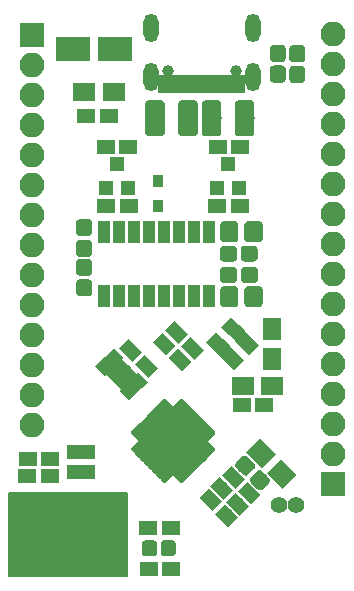
<source format=gbr>
G04 #@! TF.GenerationSoftware,KiCad,Pcbnew,(5.0.0)*
G04 #@! TF.CreationDate,2020-12-16T12:49:42+00:00*
G04 #@! TF.ProjectId,ESP-V,4553502D562E6B696361645F70636200,rev?*
G04 #@! TF.SameCoordinates,Original*
G04 #@! TF.FileFunction,Soldermask,Top*
G04 #@! TF.FilePolarity,Negative*
%FSLAX46Y46*%
G04 Gerber Fmt 4.6, Leading zero omitted, Abs format (unit mm)*
G04 Created by KiCad (PCBNEW (5.0.0)) date 12/16/20 12:49:42*
%MOMM*%
%LPD*%
G01*
G04 APERTURE LIST*
%ADD10C,0.150000*%
%ADD11C,1.400000*%
%ADD12R,3.900000X1.750000*%
%ADD13R,1.200000X1.750000*%
%ADD14R,3.000000X2.000000*%
%ADD15C,0.100000*%
%ADD16C,3.850000*%
%ADD17C,0.650000*%
%ADD18R,2.100000X2.100000*%
%ADD19O,2.100000X2.100000*%
%ADD20R,1.200000X1.300000*%
%ADD21R,1.000000X1.900000*%
%ADD22C,1.350000*%
%ADD23R,1.900000X1.650000*%
%ADD24R,1.600000X1.150000*%
%ADD25C,1.150000*%
%ADD26C,1.650000*%
%ADD27R,1.650000X1.900000*%
%ADD28C,1.550000*%
%ADD29R,0.850000X1.000000*%
%ADD30O,1.300000X2.400000*%
%ADD31C,1.000000*%
%ADD32R,0.700000X1.540000*%
%ADD33C,1.275000*%
%ADD34C,0.900000*%
%ADD35C,0.800000*%
%ADD36C,0.700000*%
%ADD37C,1.850000*%
G04 APERTURE END LIST*
D10*
G04 #@! TO.C,J4*
G36*
X88775000Y-124650000D02*
X98775000Y-124650000D01*
X98775000Y-117650000D01*
X88775000Y-117650000D01*
X88775000Y-124650000D01*
G37*
X88775000Y-124650000D02*
X98775000Y-124650000D01*
X98775000Y-117650000D01*
X88775000Y-117650000D01*
X88775000Y-124650000D01*
G04 #@! TD*
D11*
G04 #@! TO.C,Y2*
X113080000Y-118640000D03*
X111580000Y-118640000D03*
G04 #@! TD*
D12*
G04 #@! TO.C,J4*
X96750000Y-122300000D03*
D13*
X89400000Y-122300000D03*
G04 #@! TD*
D14*
G04 #@! TO.C,C1*
X94150000Y-80000000D03*
X97750000Y-80000000D03*
G04 #@! TD*
D15*
G04 #@! TO.C,U4*
G36*
X102677345Y-110594542D02*
X102704427Y-110598560D01*
X102730985Y-110605212D01*
X102756763Y-110614436D01*
X102781513Y-110626141D01*
X102804996Y-110640217D01*
X102826987Y-110656526D01*
X102847273Y-110674912D01*
X105175088Y-113002727D01*
X105193474Y-113023013D01*
X105209783Y-113045004D01*
X105223859Y-113068487D01*
X105235564Y-113093237D01*
X105244788Y-113119015D01*
X105251440Y-113145573D01*
X105255458Y-113172655D01*
X105256801Y-113200000D01*
X105255458Y-113227345D01*
X105251440Y-113254427D01*
X105244788Y-113280985D01*
X105235564Y-113306763D01*
X105223859Y-113331513D01*
X105209783Y-113354996D01*
X105193474Y-113376987D01*
X105175088Y-113397273D01*
X102847273Y-115725088D01*
X102826987Y-115743474D01*
X102804996Y-115759783D01*
X102781513Y-115773859D01*
X102756763Y-115785564D01*
X102730985Y-115794788D01*
X102704427Y-115801440D01*
X102677345Y-115805458D01*
X102650000Y-115806801D01*
X102622655Y-115805458D01*
X102595573Y-115801440D01*
X102569015Y-115794788D01*
X102543237Y-115785564D01*
X102518487Y-115773859D01*
X102495004Y-115759783D01*
X102473013Y-115743474D01*
X102452727Y-115725088D01*
X100124912Y-113397273D01*
X100106526Y-113376987D01*
X100090217Y-113354996D01*
X100076141Y-113331513D01*
X100064436Y-113306763D01*
X100055212Y-113280985D01*
X100048560Y-113254427D01*
X100044542Y-113227345D01*
X100043199Y-113200000D01*
X100044542Y-113172655D01*
X100048560Y-113145573D01*
X100055212Y-113119015D01*
X100064436Y-113093237D01*
X100076141Y-113068487D01*
X100090217Y-113045004D01*
X100106526Y-113023013D01*
X100124912Y-113002727D01*
X102452727Y-110674912D01*
X102473013Y-110656526D01*
X102495004Y-110640217D01*
X102518487Y-110626141D01*
X102543237Y-110614436D01*
X102569015Y-110605212D01*
X102595573Y-110598560D01*
X102622655Y-110594542D01*
X102650000Y-110593199D01*
X102677345Y-110594542D01*
X102677345Y-110594542D01*
G37*
D16*
X102650000Y-113200000D03*
D15*
G36*
X102931093Y-115548511D02*
X102946867Y-115550851D01*
X102962336Y-115554726D01*
X102977351Y-115560099D01*
X102991767Y-115566917D01*
X103005445Y-115575115D01*
X103018254Y-115584615D01*
X103030070Y-115595324D01*
X103701822Y-116267076D01*
X103712531Y-116278892D01*
X103722031Y-116291701D01*
X103730229Y-116305379D01*
X103737047Y-116319795D01*
X103742420Y-116334810D01*
X103746295Y-116350279D01*
X103748635Y-116366053D01*
X103749417Y-116381981D01*
X103748635Y-116397909D01*
X103746295Y-116413683D01*
X103742420Y-116429152D01*
X103737047Y-116444167D01*
X103730229Y-116458583D01*
X103722031Y-116472261D01*
X103712531Y-116485070D01*
X103701822Y-116496886D01*
X103472012Y-116726696D01*
X103460196Y-116737405D01*
X103447387Y-116746905D01*
X103433709Y-116755103D01*
X103419293Y-116761921D01*
X103404278Y-116767294D01*
X103388809Y-116771169D01*
X103373035Y-116773509D01*
X103357107Y-116774291D01*
X103341179Y-116773509D01*
X103325405Y-116771169D01*
X103309936Y-116767294D01*
X103294921Y-116761921D01*
X103280505Y-116755103D01*
X103266827Y-116746905D01*
X103254018Y-116737405D01*
X103242202Y-116726696D01*
X102570450Y-116054944D01*
X102559741Y-116043128D01*
X102550241Y-116030319D01*
X102542043Y-116016641D01*
X102535225Y-116002225D01*
X102529852Y-115987210D01*
X102525977Y-115971741D01*
X102523637Y-115955967D01*
X102522855Y-115940039D01*
X102523637Y-115924111D01*
X102525977Y-115908337D01*
X102529852Y-115892868D01*
X102535225Y-115877853D01*
X102542043Y-115863437D01*
X102550241Y-115849759D01*
X102559741Y-115836950D01*
X102570450Y-115825134D01*
X102800260Y-115595324D01*
X102812076Y-115584615D01*
X102824885Y-115575115D01*
X102838563Y-115566917D01*
X102852979Y-115560099D01*
X102867994Y-115554726D01*
X102883463Y-115550851D01*
X102899237Y-115548511D01*
X102915165Y-115547729D01*
X102931093Y-115548511D01*
X102931093Y-115548511D01*
G37*
D17*
X103136136Y-116161010D03*
D15*
G36*
X103284646Y-115194957D02*
X103300420Y-115197297D01*
X103315889Y-115201172D01*
X103330904Y-115206545D01*
X103345320Y-115213363D01*
X103358998Y-115221561D01*
X103371807Y-115231061D01*
X103383623Y-115241770D01*
X104055375Y-115913522D01*
X104066084Y-115925338D01*
X104075584Y-115938147D01*
X104083782Y-115951825D01*
X104090600Y-115966241D01*
X104095973Y-115981256D01*
X104099848Y-115996725D01*
X104102188Y-116012499D01*
X104102970Y-116028427D01*
X104102188Y-116044355D01*
X104099848Y-116060129D01*
X104095973Y-116075598D01*
X104090600Y-116090613D01*
X104083782Y-116105029D01*
X104075584Y-116118707D01*
X104066084Y-116131516D01*
X104055375Y-116143332D01*
X103825565Y-116373142D01*
X103813749Y-116383851D01*
X103800940Y-116393351D01*
X103787262Y-116401549D01*
X103772846Y-116408367D01*
X103757831Y-116413740D01*
X103742362Y-116417615D01*
X103726588Y-116419955D01*
X103710660Y-116420737D01*
X103694732Y-116419955D01*
X103678958Y-116417615D01*
X103663489Y-116413740D01*
X103648474Y-116408367D01*
X103634058Y-116401549D01*
X103620380Y-116393351D01*
X103607571Y-116383851D01*
X103595755Y-116373142D01*
X102924003Y-115701390D01*
X102913294Y-115689574D01*
X102903794Y-115676765D01*
X102895596Y-115663087D01*
X102888778Y-115648671D01*
X102883405Y-115633656D01*
X102879530Y-115618187D01*
X102877190Y-115602413D01*
X102876408Y-115586485D01*
X102877190Y-115570557D01*
X102879530Y-115554783D01*
X102883405Y-115539314D01*
X102888778Y-115524299D01*
X102895596Y-115509883D01*
X102903794Y-115496205D01*
X102913294Y-115483396D01*
X102924003Y-115471580D01*
X103153813Y-115241770D01*
X103165629Y-115231061D01*
X103178438Y-115221561D01*
X103192116Y-115213363D01*
X103206532Y-115206545D01*
X103221547Y-115201172D01*
X103237016Y-115197297D01*
X103252790Y-115194957D01*
X103268718Y-115194175D01*
X103284646Y-115194957D01*
X103284646Y-115194957D01*
G37*
D17*
X103489689Y-115807456D03*
D15*
G36*
X103638200Y-114841404D02*
X103653974Y-114843744D01*
X103669443Y-114847619D01*
X103684458Y-114852992D01*
X103698874Y-114859810D01*
X103712552Y-114868008D01*
X103725361Y-114877508D01*
X103737177Y-114888217D01*
X104408929Y-115559969D01*
X104419638Y-115571785D01*
X104429138Y-115584594D01*
X104437336Y-115598272D01*
X104444154Y-115612688D01*
X104449527Y-115627703D01*
X104453402Y-115643172D01*
X104455742Y-115658946D01*
X104456524Y-115674874D01*
X104455742Y-115690802D01*
X104453402Y-115706576D01*
X104449527Y-115722045D01*
X104444154Y-115737060D01*
X104437336Y-115751476D01*
X104429138Y-115765154D01*
X104419638Y-115777963D01*
X104408929Y-115789779D01*
X104179119Y-116019589D01*
X104167303Y-116030298D01*
X104154494Y-116039798D01*
X104140816Y-116047996D01*
X104126400Y-116054814D01*
X104111385Y-116060187D01*
X104095916Y-116064062D01*
X104080142Y-116066402D01*
X104064214Y-116067184D01*
X104048286Y-116066402D01*
X104032512Y-116064062D01*
X104017043Y-116060187D01*
X104002028Y-116054814D01*
X103987612Y-116047996D01*
X103973934Y-116039798D01*
X103961125Y-116030298D01*
X103949309Y-116019589D01*
X103277557Y-115347837D01*
X103266848Y-115336021D01*
X103257348Y-115323212D01*
X103249150Y-115309534D01*
X103242332Y-115295118D01*
X103236959Y-115280103D01*
X103233084Y-115264634D01*
X103230744Y-115248860D01*
X103229962Y-115232932D01*
X103230744Y-115217004D01*
X103233084Y-115201230D01*
X103236959Y-115185761D01*
X103242332Y-115170746D01*
X103249150Y-115156330D01*
X103257348Y-115142652D01*
X103266848Y-115129843D01*
X103277557Y-115118027D01*
X103507367Y-114888217D01*
X103519183Y-114877508D01*
X103531992Y-114868008D01*
X103545670Y-114859810D01*
X103560086Y-114852992D01*
X103575101Y-114847619D01*
X103590570Y-114843744D01*
X103606344Y-114841404D01*
X103622272Y-114840622D01*
X103638200Y-114841404D01*
X103638200Y-114841404D01*
G37*
D17*
X103843243Y-115453903D03*
D15*
G36*
X103991753Y-114487850D02*
X104007527Y-114490190D01*
X104022996Y-114494065D01*
X104038011Y-114499438D01*
X104052427Y-114506256D01*
X104066105Y-114514454D01*
X104078914Y-114523954D01*
X104090730Y-114534663D01*
X104762482Y-115206415D01*
X104773191Y-115218231D01*
X104782691Y-115231040D01*
X104790889Y-115244718D01*
X104797707Y-115259134D01*
X104803080Y-115274149D01*
X104806955Y-115289618D01*
X104809295Y-115305392D01*
X104810077Y-115321320D01*
X104809295Y-115337248D01*
X104806955Y-115353022D01*
X104803080Y-115368491D01*
X104797707Y-115383506D01*
X104790889Y-115397922D01*
X104782691Y-115411600D01*
X104773191Y-115424409D01*
X104762482Y-115436225D01*
X104532672Y-115666035D01*
X104520856Y-115676744D01*
X104508047Y-115686244D01*
X104494369Y-115694442D01*
X104479953Y-115701260D01*
X104464938Y-115706633D01*
X104449469Y-115710508D01*
X104433695Y-115712848D01*
X104417767Y-115713630D01*
X104401839Y-115712848D01*
X104386065Y-115710508D01*
X104370596Y-115706633D01*
X104355581Y-115701260D01*
X104341165Y-115694442D01*
X104327487Y-115686244D01*
X104314678Y-115676744D01*
X104302862Y-115666035D01*
X103631110Y-114994283D01*
X103620401Y-114982467D01*
X103610901Y-114969658D01*
X103602703Y-114955980D01*
X103595885Y-114941564D01*
X103590512Y-114926549D01*
X103586637Y-114911080D01*
X103584297Y-114895306D01*
X103583515Y-114879378D01*
X103584297Y-114863450D01*
X103586637Y-114847676D01*
X103590512Y-114832207D01*
X103595885Y-114817192D01*
X103602703Y-114802776D01*
X103610901Y-114789098D01*
X103620401Y-114776289D01*
X103631110Y-114764473D01*
X103860920Y-114534663D01*
X103872736Y-114523954D01*
X103885545Y-114514454D01*
X103899223Y-114506256D01*
X103913639Y-114499438D01*
X103928654Y-114494065D01*
X103944123Y-114490190D01*
X103959897Y-114487850D01*
X103975825Y-114487068D01*
X103991753Y-114487850D01*
X103991753Y-114487850D01*
G37*
D17*
X104196796Y-115100349D03*
D15*
G36*
X104345306Y-114134297D02*
X104361080Y-114136637D01*
X104376549Y-114140512D01*
X104391564Y-114145885D01*
X104405980Y-114152703D01*
X104419658Y-114160901D01*
X104432467Y-114170401D01*
X104444283Y-114181110D01*
X105116035Y-114852862D01*
X105126744Y-114864678D01*
X105136244Y-114877487D01*
X105144442Y-114891165D01*
X105151260Y-114905581D01*
X105156633Y-114920596D01*
X105160508Y-114936065D01*
X105162848Y-114951839D01*
X105163630Y-114967767D01*
X105162848Y-114983695D01*
X105160508Y-114999469D01*
X105156633Y-115014938D01*
X105151260Y-115029953D01*
X105144442Y-115044369D01*
X105136244Y-115058047D01*
X105126744Y-115070856D01*
X105116035Y-115082672D01*
X104886225Y-115312482D01*
X104874409Y-115323191D01*
X104861600Y-115332691D01*
X104847922Y-115340889D01*
X104833506Y-115347707D01*
X104818491Y-115353080D01*
X104803022Y-115356955D01*
X104787248Y-115359295D01*
X104771320Y-115360077D01*
X104755392Y-115359295D01*
X104739618Y-115356955D01*
X104724149Y-115353080D01*
X104709134Y-115347707D01*
X104694718Y-115340889D01*
X104681040Y-115332691D01*
X104668231Y-115323191D01*
X104656415Y-115312482D01*
X103984663Y-114640730D01*
X103973954Y-114628914D01*
X103964454Y-114616105D01*
X103956256Y-114602427D01*
X103949438Y-114588011D01*
X103944065Y-114572996D01*
X103940190Y-114557527D01*
X103937850Y-114541753D01*
X103937068Y-114525825D01*
X103937850Y-114509897D01*
X103940190Y-114494123D01*
X103944065Y-114478654D01*
X103949438Y-114463639D01*
X103956256Y-114449223D01*
X103964454Y-114435545D01*
X103973954Y-114422736D01*
X103984663Y-114410920D01*
X104214473Y-114181110D01*
X104226289Y-114170401D01*
X104239098Y-114160901D01*
X104252776Y-114152703D01*
X104267192Y-114145885D01*
X104282207Y-114140512D01*
X104297676Y-114136637D01*
X104313450Y-114134297D01*
X104329378Y-114133515D01*
X104345306Y-114134297D01*
X104345306Y-114134297D01*
G37*
D17*
X104550349Y-114746796D03*
D15*
G36*
X104698860Y-113780744D02*
X104714634Y-113783084D01*
X104730103Y-113786959D01*
X104745118Y-113792332D01*
X104759534Y-113799150D01*
X104773212Y-113807348D01*
X104786021Y-113816848D01*
X104797837Y-113827557D01*
X105469589Y-114499309D01*
X105480298Y-114511125D01*
X105489798Y-114523934D01*
X105497996Y-114537612D01*
X105504814Y-114552028D01*
X105510187Y-114567043D01*
X105514062Y-114582512D01*
X105516402Y-114598286D01*
X105517184Y-114614214D01*
X105516402Y-114630142D01*
X105514062Y-114645916D01*
X105510187Y-114661385D01*
X105504814Y-114676400D01*
X105497996Y-114690816D01*
X105489798Y-114704494D01*
X105480298Y-114717303D01*
X105469589Y-114729119D01*
X105239779Y-114958929D01*
X105227963Y-114969638D01*
X105215154Y-114979138D01*
X105201476Y-114987336D01*
X105187060Y-114994154D01*
X105172045Y-114999527D01*
X105156576Y-115003402D01*
X105140802Y-115005742D01*
X105124874Y-115006524D01*
X105108946Y-115005742D01*
X105093172Y-115003402D01*
X105077703Y-114999527D01*
X105062688Y-114994154D01*
X105048272Y-114987336D01*
X105034594Y-114979138D01*
X105021785Y-114969638D01*
X105009969Y-114958929D01*
X104338217Y-114287177D01*
X104327508Y-114275361D01*
X104318008Y-114262552D01*
X104309810Y-114248874D01*
X104302992Y-114234458D01*
X104297619Y-114219443D01*
X104293744Y-114203974D01*
X104291404Y-114188200D01*
X104290622Y-114172272D01*
X104291404Y-114156344D01*
X104293744Y-114140570D01*
X104297619Y-114125101D01*
X104302992Y-114110086D01*
X104309810Y-114095670D01*
X104318008Y-114081992D01*
X104327508Y-114069183D01*
X104338217Y-114057367D01*
X104568027Y-113827557D01*
X104579843Y-113816848D01*
X104592652Y-113807348D01*
X104606330Y-113799150D01*
X104620746Y-113792332D01*
X104635761Y-113786959D01*
X104651230Y-113783084D01*
X104667004Y-113780744D01*
X104682932Y-113779962D01*
X104698860Y-113780744D01*
X104698860Y-113780744D01*
G37*
D17*
X104903903Y-114393243D03*
D15*
G36*
X105052413Y-113427190D02*
X105068187Y-113429530D01*
X105083656Y-113433405D01*
X105098671Y-113438778D01*
X105113087Y-113445596D01*
X105126765Y-113453794D01*
X105139574Y-113463294D01*
X105151390Y-113474003D01*
X105823142Y-114145755D01*
X105833851Y-114157571D01*
X105843351Y-114170380D01*
X105851549Y-114184058D01*
X105858367Y-114198474D01*
X105863740Y-114213489D01*
X105867615Y-114228958D01*
X105869955Y-114244732D01*
X105870737Y-114260660D01*
X105869955Y-114276588D01*
X105867615Y-114292362D01*
X105863740Y-114307831D01*
X105858367Y-114322846D01*
X105851549Y-114337262D01*
X105843351Y-114350940D01*
X105833851Y-114363749D01*
X105823142Y-114375565D01*
X105593332Y-114605375D01*
X105581516Y-114616084D01*
X105568707Y-114625584D01*
X105555029Y-114633782D01*
X105540613Y-114640600D01*
X105525598Y-114645973D01*
X105510129Y-114649848D01*
X105494355Y-114652188D01*
X105478427Y-114652970D01*
X105462499Y-114652188D01*
X105446725Y-114649848D01*
X105431256Y-114645973D01*
X105416241Y-114640600D01*
X105401825Y-114633782D01*
X105388147Y-114625584D01*
X105375338Y-114616084D01*
X105363522Y-114605375D01*
X104691770Y-113933623D01*
X104681061Y-113921807D01*
X104671561Y-113908998D01*
X104663363Y-113895320D01*
X104656545Y-113880904D01*
X104651172Y-113865889D01*
X104647297Y-113850420D01*
X104644957Y-113834646D01*
X104644175Y-113818718D01*
X104644957Y-113802790D01*
X104647297Y-113787016D01*
X104651172Y-113771547D01*
X104656545Y-113756532D01*
X104663363Y-113742116D01*
X104671561Y-113728438D01*
X104681061Y-113715629D01*
X104691770Y-113703813D01*
X104921580Y-113474003D01*
X104933396Y-113463294D01*
X104946205Y-113453794D01*
X104959883Y-113445596D01*
X104974299Y-113438778D01*
X104989314Y-113433405D01*
X105004783Y-113429530D01*
X105020557Y-113427190D01*
X105036485Y-113426408D01*
X105052413Y-113427190D01*
X105052413Y-113427190D01*
G37*
D17*
X105257456Y-114039689D03*
D15*
G36*
X105405967Y-113073637D02*
X105421741Y-113075977D01*
X105437210Y-113079852D01*
X105452225Y-113085225D01*
X105466641Y-113092043D01*
X105480319Y-113100241D01*
X105493128Y-113109741D01*
X105504944Y-113120450D01*
X106176696Y-113792202D01*
X106187405Y-113804018D01*
X106196905Y-113816827D01*
X106205103Y-113830505D01*
X106211921Y-113844921D01*
X106217294Y-113859936D01*
X106221169Y-113875405D01*
X106223509Y-113891179D01*
X106224291Y-113907107D01*
X106223509Y-113923035D01*
X106221169Y-113938809D01*
X106217294Y-113954278D01*
X106211921Y-113969293D01*
X106205103Y-113983709D01*
X106196905Y-113997387D01*
X106187405Y-114010196D01*
X106176696Y-114022012D01*
X105946886Y-114251822D01*
X105935070Y-114262531D01*
X105922261Y-114272031D01*
X105908583Y-114280229D01*
X105894167Y-114287047D01*
X105879152Y-114292420D01*
X105863683Y-114296295D01*
X105847909Y-114298635D01*
X105831981Y-114299417D01*
X105816053Y-114298635D01*
X105800279Y-114296295D01*
X105784810Y-114292420D01*
X105769795Y-114287047D01*
X105755379Y-114280229D01*
X105741701Y-114272031D01*
X105728892Y-114262531D01*
X105717076Y-114251822D01*
X105045324Y-113580070D01*
X105034615Y-113568254D01*
X105025115Y-113555445D01*
X105016917Y-113541767D01*
X105010099Y-113527351D01*
X105004726Y-113512336D01*
X105000851Y-113496867D01*
X104998511Y-113481093D01*
X104997729Y-113465165D01*
X104998511Y-113449237D01*
X105000851Y-113433463D01*
X105004726Y-113417994D01*
X105010099Y-113402979D01*
X105016917Y-113388563D01*
X105025115Y-113374885D01*
X105034615Y-113362076D01*
X105045324Y-113350260D01*
X105275134Y-113120450D01*
X105286950Y-113109741D01*
X105299759Y-113100241D01*
X105313437Y-113092043D01*
X105327853Y-113085225D01*
X105342868Y-113079852D01*
X105358337Y-113075977D01*
X105374111Y-113073637D01*
X105390039Y-113072855D01*
X105405967Y-113073637D01*
X105405967Y-113073637D01*
G37*
D17*
X105611010Y-113686136D03*
D15*
G36*
X105847909Y-112101365D02*
X105863683Y-112103705D01*
X105879152Y-112107580D01*
X105894167Y-112112953D01*
X105908583Y-112119771D01*
X105922261Y-112127969D01*
X105935070Y-112137469D01*
X105946886Y-112148178D01*
X106176696Y-112377988D01*
X106187405Y-112389804D01*
X106196905Y-112402613D01*
X106205103Y-112416291D01*
X106211921Y-112430707D01*
X106217294Y-112445722D01*
X106221169Y-112461191D01*
X106223509Y-112476965D01*
X106224291Y-112492893D01*
X106223509Y-112508821D01*
X106221169Y-112524595D01*
X106217294Y-112540064D01*
X106211921Y-112555079D01*
X106205103Y-112569495D01*
X106196905Y-112583173D01*
X106187405Y-112595982D01*
X106176696Y-112607798D01*
X105504944Y-113279550D01*
X105493128Y-113290259D01*
X105480319Y-113299759D01*
X105466641Y-113307957D01*
X105452225Y-113314775D01*
X105437210Y-113320148D01*
X105421741Y-113324023D01*
X105405967Y-113326363D01*
X105390039Y-113327145D01*
X105374111Y-113326363D01*
X105358337Y-113324023D01*
X105342868Y-113320148D01*
X105327853Y-113314775D01*
X105313437Y-113307957D01*
X105299759Y-113299759D01*
X105286950Y-113290259D01*
X105275134Y-113279550D01*
X105045324Y-113049740D01*
X105034615Y-113037924D01*
X105025115Y-113025115D01*
X105016917Y-113011437D01*
X105010099Y-112997021D01*
X105004726Y-112982006D01*
X105000851Y-112966537D01*
X104998511Y-112950763D01*
X104997729Y-112934835D01*
X104998511Y-112918907D01*
X105000851Y-112903133D01*
X105004726Y-112887664D01*
X105010099Y-112872649D01*
X105016917Y-112858233D01*
X105025115Y-112844555D01*
X105034615Y-112831746D01*
X105045324Y-112819930D01*
X105717076Y-112148178D01*
X105728892Y-112137469D01*
X105741701Y-112127969D01*
X105755379Y-112119771D01*
X105769795Y-112112953D01*
X105784810Y-112107580D01*
X105800279Y-112103705D01*
X105816053Y-112101365D01*
X105831981Y-112100583D01*
X105847909Y-112101365D01*
X105847909Y-112101365D01*
G37*
D17*
X105611010Y-112713864D03*
D15*
G36*
X105494355Y-111747812D02*
X105510129Y-111750152D01*
X105525598Y-111754027D01*
X105540613Y-111759400D01*
X105555029Y-111766218D01*
X105568707Y-111774416D01*
X105581516Y-111783916D01*
X105593332Y-111794625D01*
X105823142Y-112024435D01*
X105833851Y-112036251D01*
X105843351Y-112049060D01*
X105851549Y-112062738D01*
X105858367Y-112077154D01*
X105863740Y-112092169D01*
X105867615Y-112107638D01*
X105869955Y-112123412D01*
X105870737Y-112139340D01*
X105869955Y-112155268D01*
X105867615Y-112171042D01*
X105863740Y-112186511D01*
X105858367Y-112201526D01*
X105851549Y-112215942D01*
X105843351Y-112229620D01*
X105833851Y-112242429D01*
X105823142Y-112254245D01*
X105151390Y-112925997D01*
X105139574Y-112936706D01*
X105126765Y-112946206D01*
X105113087Y-112954404D01*
X105098671Y-112961222D01*
X105083656Y-112966595D01*
X105068187Y-112970470D01*
X105052413Y-112972810D01*
X105036485Y-112973592D01*
X105020557Y-112972810D01*
X105004783Y-112970470D01*
X104989314Y-112966595D01*
X104974299Y-112961222D01*
X104959883Y-112954404D01*
X104946205Y-112946206D01*
X104933396Y-112936706D01*
X104921580Y-112925997D01*
X104691770Y-112696187D01*
X104681061Y-112684371D01*
X104671561Y-112671562D01*
X104663363Y-112657884D01*
X104656545Y-112643468D01*
X104651172Y-112628453D01*
X104647297Y-112612984D01*
X104644957Y-112597210D01*
X104644175Y-112581282D01*
X104644957Y-112565354D01*
X104647297Y-112549580D01*
X104651172Y-112534111D01*
X104656545Y-112519096D01*
X104663363Y-112504680D01*
X104671561Y-112491002D01*
X104681061Y-112478193D01*
X104691770Y-112466377D01*
X105363522Y-111794625D01*
X105375338Y-111783916D01*
X105388147Y-111774416D01*
X105401825Y-111766218D01*
X105416241Y-111759400D01*
X105431256Y-111754027D01*
X105446725Y-111750152D01*
X105462499Y-111747812D01*
X105478427Y-111747030D01*
X105494355Y-111747812D01*
X105494355Y-111747812D01*
G37*
D17*
X105257456Y-112360311D03*
D15*
G36*
X105140802Y-111394258D02*
X105156576Y-111396598D01*
X105172045Y-111400473D01*
X105187060Y-111405846D01*
X105201476Y-111412664D01*
X105215154Y-111420862D01*
X105227963Y-111430362D01*
X105239779Y-111441071D01*
X105469589Y-111670881D01*
X105480298Y-111682697D01*
X105489798Y-111695506D01*
X105497996Y-111709184D01*
X105504814Y-111723600D01*
X105510187Y-111738615D01*
X105514062Y-111754084D01*
X105516402Y-111769858D01*
X105517184Y-111785786D01*
X105516402Y-111801714D01*
X105514062Y-111817488D01*
X105510187Y-111832957D01*
X105504814Y-111847972D01*
X105497996Y-111862388D01*
X105489798Y-111876066D01*
X105480298Y-111888875D01*
X105469589Y-111900691D01*
X104797837Y-112572443D01*
X104786021Y-112583152D01*
X104773212Y-112592652D01*
X104759534Y-112600850D01*
X104745118Y-112607668D01*
X104730103Y-112613041D01*
X104714634Y-112616916D01*
X104698860Y-112619256D01*
X104682932Y-112620038D01*
X104667004Y-112619256D01*
X104651230Y-112616916D01*
X104635761Y-112613041D01*
X104620746Y-112607668D01*
X104606330Y-112600850D01*
X104592652Y-112592652D01*
X104579843Y-112583152D01*
X104568027Y-112572443D01*
X104338217Y-112342633D01*
X104327508Y-112330817D01*
X104318008Y-112318008D01*
X104309810Y-112304330D01*
X104302992Y-112289914D01*
X104297619Y-112274899D01*
X104293744Y-112259430D01*
X104291404Y-112243656D01*
X104290622Y-112227728D01*
X104291404Y-112211800D01*
X104293744Y-112196026D01*
X104297619Y-112180557D01*
X104302992Y-112165542D01*
X104309810Y-112151126D01*
X104318008Y-112137448D01*
X104327508Y-112124639D01*
X104338217Y-112112823D01*
X105009969Y-111441071D01*
X105021785Y-111430362D01*
X105034594Y-111420862D01*
X105048272Y-111412664D01*
X105062688Y-111405846D01*
X105077703Y-111400473D01*
X105093172Y-111396598D01*
X105108946Y-111394258D01*
X105124874Y-111393476D01*
X105140802Y-111394258D01*
X105140802Y-111394258D01*
G37*
D17*
X104903903Y-112006757D03*
D15*
G36*
X104787248Y-111040705D02*
X104803022Y-111043045D01*
X104818491Y-111046920D01*
X104833506Y-111052293D01*
X104847922Y-111059111D01*
X104861600Y-111067309D01*
X104874409Y-111076809D01*
X104886225Y-111087518D01*
X105116035Y-111317328D01*
X105126744Y-111329144D01*
X105136244Y-111341953D01*
X105144442Y-111355631D01*
X105151260Y-111370047D01*
X105156633Y-111385062D01*
X105160508Y-111400531D01*
X105162848Y-111416305D01*
X105163630Y-111432233D01*
X105162848Y-111448161D01*
X105160508Y-111463935D01*
X105156633Y-111479404D01*
X105151260Y-111494419D01*
X105144442Y-111508835D01*
X105136244Y-111522513D01*
X105126744Y-111535322D01*
X105116035Y-111547138D01*
X104444283Y-112218890D01*
X104432467Y-112229599D01*
X104419658Y-112239099D01*
X104405980Y-112247297D01*
X104391564Y-112254115D01*
X104376549Y-112259488D01*
X104361080Y-112263363D01*
X104345306Y-112265703D01*
X104329378Y-112266485D01*
X104313450Y-112265703D01*
X104297676Y-112263363D01*
X104282207Y-112259488D01*
X104267192Y-112254115D01*
X104252776Y-112247297D01*
X104239098Y-112239099D01*
X104226289Y-112229599D01*
X104214473Y-112218890D01*
X103984663Y-111989080D01*
X103973954Y-111977264D01*
X103964454Y-111964455D01*
X103956256Y-111950777D01*
X103949438Y-111936361D01*
X103944065Y-111921346D01*
X103940190Y-111905877D01*
X103937850Y-111890103D01*
X103937068Y-111874175D01*
X103937850Y-111858247D01*
X103940190Y-111842473D01*
X103944065Y-111827004D01*
X103949438Y-111811989D01*
X103956256Y-111797573D01*
X103964454Y-111783895D01*
X103973954Y-111771086D01*
X103984663Y-111759270D01*
X104656415Y-111087518D01*
X104668231Y-111076809D01*
X104681040Y-111067309D01*
X104694718Y-111059111D01*
X104709134Y-111052293D01*
X104724149Y-111046920D01*
X104739618Y-111043045D01*
X104755392Y-111040705D01*
X104771320Y-111039923D01*
X104787248Y-111040705D01*
X104787248Y-111040705D01*
G37*
D17*
X104550349Y-111653204D03*
D15*
G36*
X104433695Y-110687152D02*
X104449469Y-110689492D01*
X104464938Y-110693367D01*
X104479953Y-110698740D01*
X104494369Y-110705558D01*
X104508047Y-110713756D01*
X104520856Y-110723256D01*
X104532672Y-110733965D01*
X104762482Y-110963775D01*
X104773191Y-110975591D01*
X104782691Y-110988400D01*
X104790889Y-111002078D01*
X104797707Y-111016494D01*
X104803080Y-111031509D01*
X104806955Y-111046978D01*
X104809295Y-111062752D01*
X104810077Y-111078680D01*
X104809295Y-111094608D01*
X104806955Y-111110382D01*
X104803080Y-111125851D01*
X104797707Y-111140866D01*
X104790889Y-111155282D01*
X104782691Y-111168960D01*
X104773191Y-111181769D01*
X104762482Y-111193585D01*
X104090730Y-111865337D01*
X104078914Y-111876046D01*
X104066105Y-111885546D01*
X104052427Y-111893744D01*
X104038011Y-111900562D01*
X104022996Y-111905935D01*
X104007527Y-111909810D01*
X103991753Y-111912150D01*
X103975825Y-111912932D01*
X103959897Y-111912150D01*
X103944123Y-111909810D01*
X103928654Y-111905935D01*
X103913639Y-111900562D01*
X103899223Y-111893744D01*
X103885545Y-111885546D01*
X103872736Y-111876046D01*
X103860920Y-111865337D01*
X103631110Y-111635527D01*
X103620401Y-111623711D01*
X103610901Y-111610902D01*
X103602703Y-111597224D01*
X103595885Y-111582808D01*
X103590512Y-111567793D01*
X103586637Y-111552324D01*
X103584297Y-111536550D01*
X103583515Y-111520622D01*
X103584297Y-111504694D01*
X103586637Y-111488920D01*
X103590512Y-111473451D01*
X103595885Y-111458436D01*
X103602703Y-111444020D01*
X103610901Y-111430342D01*
X103620401Y-111417533D01*
X103631110Y-111405717D01*
X104302862Y-110733965D01*
X104314678Y-110723256D01*
X104327487Y-110713756D01*
X104341165Y-110705558D01*
X104355581Y-110698740D01*
X104370596Y-110693367D01*
X104386065Y-110689492D01*
X104401839Y-110687152D01*
X104417767Y-110686370D01*
X104433695Y-110687152D01*
X104433695Y-110687152D01*
G37*
D17*
X104196796Y-111299651D03*
D15*
G36*
X104080142Y-110333598D02*
X104095916Y-110335938D01*
X104111385Y-110339813D01*
X104126400Y-110345186D01*
X104140816Y-110352004D01*
X104154494Y-110360202D01*
X104167303Y-110369702D01*
X104179119Y-110380411D01*
X104408929Y-110610221D01*
X104419638Y-110622037D01*
X104429138Y-110634846D01*
X104437336Y-110648524D01*
X104444154Y-110662940D01*
X104449527Y-110677955D01*
X104453402Y-110693424D01*
X104455742Y-110709198D01*
X104456524Y-110725126D01*
X104455742Y-110741054D01*
X104453402Y-110756828D01*
X104449527Y-110772297D01*
X104444154Y-110787312D01*
X104437336Y-110801728D01*
X104429138Y-110815406D01*
X104419638Y-110828215D01*
X104408929Y-110840031D01*
X103737177Y-111511783D01*
X103725361Y-111522492D01*
X103712552Y-111531992D01*
X103698874Y-111540190D01*
X103684458Y-111547008D01*
X103669443Y-111552381D01*
X103653974Y-111556256D01*
X103638200Y-111558596D01*
X103622272Y-111559378D01*
X103606344Y-111558596D01*
X103590570Y-111556256D01*
X103575101Y-111552381D01*
X103560086Y-111547008D01*
X103545670Y-111540190D01*
X103531992Y-111531992D01*
X103519183Y-111522492D01*
X103507367Y-111511783D01*
X103277557Y-111281973D01*
X103266848Y-111270157D01*
X103257348Y-111257348D01*
X103249150Y-111243670D01*
X103242332Y-111229254D01*
X103236959Y-111214239D01*
X103233084Y-111198770D01*
X103230744Y-111182996D01*
X103229962Y-111167068D01*
X103230744Y-111151140D01*
X103233084Y-111135366D01*
X103236959Y-111119897D01*
X103242332Y-111104882D01*
X103249150Y-111090466D01*
X103257348Y-111076788D01*
X103266848Y-111063979D01*
X103277557Y-111052163D01*
X103949309Y-110380411D01*
X103961125Y-110369702D01*
X103973934Y-110360202D01*
X103987612Y-110352004D01*
X104002028Y-110345186D01*
X104017043Y-110339813D01*
X104032512Y-110335938D01*
X104048286Y-110333598D01*
X104064214Y-110332816D01*
X104080142Y-110333598D01*
X104080142Y-110333598D01*
G37*
D17*
X103843243Y-110946097D03*
D15*
G36*
X103726588Y-109980045D02*
X103742362Y-109982385D01*
X103757831Y-109986260D01*
X103772846Y-109991633D01*
X103787262Y-109998451D01*
X103800940Y-110006649D01*
X103813749Y-110016149D01*
X103825565Y-110026858D01*
X104055375Y-110256668D01*
X104066084Y-110268484D01*
X104075584Y-110281293D01*
X104083782Y-110294971D01*
X104090600Y-110309387D01*
X104095973Y-110324402D01*
X104099848Y-110339871D01*
X104102188Y-110355645D01*
X104102970Y-110371573D01*
X104102188Y-110387501D01*
X104099848Y-110403275D01*
X104095973Y-110418744D01*
X104090600Y-110433759D01*
X104083782Y-110448175D01*
X104075584Y-110461853D01*
X104066084Y-110474662D01*
X104055375Y-110486478D01*
X103383623Y-111158230D01*
X103371807Y-111168939D01*
X103358998Y-111178439D01*
X103345320Y-111186637D01*
X103330904Y-111193455D01*
X103315889Y-111198828D01*
X103300420Y-111202703D01*
X103284646Y-111205043D01*
X103268718Y-111205825D01*
X103252790Y-111205043D01*
X103237016Y-111202703D01*
X103221547Y-111198828D01*
X103206532Y-111193455D01*
X103192116Y-111186637D01*
X103178438Y-111178439D01*
X103165629Y-111168939D01*
X103153813Y-111158230D01*
X102924003Y-110928420D01*
X102913294Y-110916604D01*
X102903794Y-110903795D01*
X102895596Y-110890117D01*
X102888778Y-110875701D01*
X102883405Y-110860686D01*
X102879530Y-110845217D01*
X102877190Y-110829443D01*
X102876408Y-110813515D01*
X102877190Y-110797587D01*
X102879530Y-110781813D01*
X102883405Y-110766344D01*
X102888778Y-110751329D01*
X102895596Y-110736913D01*
X102903794Y-110723235D01*
X102913294Y-110710426D01*
X102924003Y-110698610D01*
X103595755Y-110026858D01*
X103607571Y-110016149D01*
X103620380Y-110006649D01*
X103634058Y-109998451D01*
X103648474Y-109991633D01*
X103663489Y-109986260D01*
X103678958Y-109982385D01*
X103694732Y-109980045D01*
X103710660Y-109979263D01*
X103726588Y-109980045D01*
X103726588Y-109980045D01*
G37*
D17*
X103489689Y-110592544D03*
D15*
G36*
X103373035Y-109626491D02*
X103388809Y-109628831D01*
X103404278Y-109632706D01*
X103419293Y-109638079D01*
X103433709Y-109644897D01*
X103447387Y-109653095D01*
X103460196Y-109662595D01*
X103472012Y-109673304D01*
X103701822Y-109903114D01*
X103712531Y-109914930D01*
X103722031Y-109927739D01*
X103730229Y-109941417D01*
X103737047Y-109955833D01*
X103742420Y-109970848D01*
X103746295Y-109986317D01*
X103748635Y-110002091D01*
X103749417Y-110018019D01*
X103748635Y-110033947D01*
X103746295Y-110049721D01*
X103742420Y-110065190D01*
X103737047Y-110080205D01*
X103730229Y-110094621D01*
X103722031Y-110108299D01*
X103712531Y-110121108D01*
X103701822Y-110132924D01*
X103030070Y-110804676D01*
X103018254Y-110815385D01*
X103005445Y-110824885D01*
X102991767Y-110833083D01*
X102977351Y-110839901D01*
X102962336Y-110845274D01*
X102946867Y-110849149D01*
X102931093Y-110851489D01*
X102915165Y-110852271D01*
X102899237Y-110851489D01*
X102883463Y-110849149D01*
X102867994Y-110845274D01*
X102852979Y-110839901D01*
X102838563Y-110833083D01*
X102824885Y-110824885D01*
X102812076Y-110815385D01*
X102800260Y-110804676D01*
X102570450Y-110574866D01*
X102559741Y-110563050D01*
X102550241Y-110550241D01*
X102542043Y-110536563D01*
X102535225Y-110522147D01*
X102529852Y-110507132D01*
X102525977Y-110491663D01*
X102523637Y-110475889D01*
X102522855Y-110459961D01*
X102523637Y-110444033D01*
X102525977Y-110428259D01*
X102529852Y-110412790D01*
X102535225Y-110397775D01*
X102542043Y-110383359D01*
X102550241Y-110369681D01*
X102559741Y-110356872D01*
X102570450Y-110345056D01*
X103242202Y-109673304D01*
X103254018Y-109662595D01*
X103266827Y-109653095D01*
X103280505Y-109644897D01*
X103294921Y-109638079D01*
X103309936Y-109632706D01*
X103325405Y-109628831D01*
X103341179Y-109626491D01*
X103357107Y-109625709D01*
X103373035Y-109626491D01*
X103373035Y-109626491D01*
G37*
D17*
X103136136Y-110238990D03*
D15*
G36*
X101958821Y-109626491D02*
X101974595Y-109628831D01*
X101990064Y-109632706D01*
X102005079Y-109638079D01*
X102019495Y-109644897D01*
X102033173Y-109653095D01*
X102045982Y-109662595D01*
X102057798Y-109673304D01*
X102729550Y-110345056D01*
X102740259Y-110356872D01*
X102749759Y-110369681D01*
X102757957Y-110383359D01*
X102764775Y-110397775D01*
X102770148Y-110412790D01*
X102774023Y-110428259D01*
X102776363Y-110444033D01*
X102777145Y-110459961D01*
X102776363Y-110475889D01*
X102774023Y-110491663D01*
X102770148Y-110507132D01*
X102764775Y-110522147D01*
X102757957Y-110536563D01*
X102749759Y-110550241D01*
X102740259Y-110563050D01*
X102729550Y-110574866D01*
X102499740Y-110804676D01*
X102487924Y-110815385D01*
X102475115Y-110824885D01*
X102461437Y-110833083D01*
X102447021Y-110839901D01*
X102432006Y-110845274D01*
X102416537Y-110849149D01*
X102400763Y-110851489D01*
X102384835Y-110852271D01*
X102368907Y-110851489D01*
X102353133Y-110849149D01*
X102337664Y-110845274D01*
X102322649Y-110839901D01*
X102308233Y-110833083D01*
X102294555Y-110824885D01*
X102281746Y-110815385D01*
X102269930Y-110804676D01*
X101598178Y-110132924D01*
X101587469Y-110121108D01*
X101577969Y-110108299D01*
X101569771Y-110094621D01*
X101562953Y-110080205D01*
X101557580Y-110065190D01*
X101553705Y-110049721D01*
X101551365Y-110033947D01*
X101550583Y-110018019D01*
X101551365Y-110002091D01*
X101553705Y-109986317D01*
X101557580Y-109970848D01*
X101562953Y-109955833D01*
X101569771Y-109941417D01*
X101577969Y-109927739D01*
X101587469Y-109914930D01*
X101598178Y-109903114D01*
X101827988Y-109673304D01*
X101839804Y-109662595D01*
X101852613Y-109653095D01*
X101866291Y-109644897D01*
X101880707Y-109638079D01*
X101895722Y-109632706D01*
X101911191Y-109628831D01*
X101926965Y-109626491D01*
X101942893Y-109625709D01*
X101958821Y-109626491D01*
X101958821Y-109626491D01*
G37*
D17*
X102163864Y-110238990D03*
D15*
G36*
X101605268Y-109980045D02*
X101621042Y-109982385D01*
X101636511Y-109986260D01*
X101651526Y-109991633D01*
X101665942Y-109998451D01*
X101679620Y-110006649D01*
X101692429Y-110016149D01*
X101704245Y-110026858D01*
X102375997Y-110698610D01*
X102386706Y-110710426D01*
X102396206Y-110723235D01*
X102404404Y-110736913D01*
X102411222Y-110751329D01*
X102416595Y-110766344D01*
X102420470Y-110781813D01*
X102422810Y-110797587D01*
X102423592Y-110813515D01*
X102422810Y-110829443D01*
X102420470Y-110845217D01*
X102416595Y-110860686D01*
X102411222Y-110875701D01*
X102404404Y-110890117D01*
X102396206Y-110903795D01*
X102386706Y-110916604D01*
X102375997Y-110928420D01*
X102146187Y-111158230D01*
X102134371Y-111168939D01*
X102121562Y-111178439D01*
X102107884Y-111186637D01*
X102093468Y-111193455D01*
X102078453Y-111198828D01*
X102062984Y-111202703D01*
X102047210Y-111205043D01*
X102031282Y-111205825D01*
X102015354Y-111205043D01*
X101999580Y-111202703D01*
X101984111Y-111198828D01*
X101969096Y-111193455D01*
X101954680Y-111186637D01*
X101941002Y-111178439D01*
X101928193Y-111168939D01*
X101916377Y-111158230D01*
X101244625Y-110486478D01*
X101233916Y-110474662D01*
X101224416Y-110461853D01*
X101216218Y-110448175D01*
X101209400Y-110433759D01*
X101204027Y-110418744D01*
X101200152Y-110403275D01*
X101197812Y-110387501D01*
X101197030Y-110371573D01*
X101197812Y-110355645D01*
X101200152Y-110339871D01*
X101204027Y-110324402D01*
X101209400Y-110309387D01*
X101216218Y-110294971D01*
X101224416Y-110281293D01*
X101233916Y-110268484D01*
X101244625Y-110256668D01*
X101474435Y-110026858D01*
X101486251Y-110016149D01*
X101499060Y-110006649D01*
X101512738Y-109998451D01*
X101527154Y-109991633D01*
X101542169Y-109986260D01*
X101557638Y-109982385D01*
X101573412Y-109980045D01*
X101589340Y-109979263D01*
X101605268Y-109980045D01*
X101605268Y-109980045D01*
G37*
D17*
X101810311Y-110592544D03*
D15*
G36*
X101251714Y-110333598D02*
X101267488Y-110335938D01*
X101282957Y-110339813D01*
X101297972Y-110345186D01*
X101312388Y-110352004D01*
X101326066Y-110360202D01*
X101338875Y-110369702D01*
X101350691Y-110380411D01*
X102022443Y-111052163D01*
X102033152Y-111063979D01*
X102042652Y-111076788D01*
X102050850Y-111090466D01*
X102057668Y-111104882D01*
X102063041Y-111119897D01*
X102066916Y-111135366D01*
X102069256Y-111151140D01*
X102070038Y-111167068D01*
X102069256Y-111182996D01*
X102066916Y-111198770D01*
X102063041Y-111214239D01*
X102057668Y-111229254D01*
X102050850Y-111243670D01*
X102042652Y-111257348D01*
X102033152Y-111270157D01*
X102022443Y-111281973D01*
X101792633Y-111511783D01*
X101780817Y-111522492D01*
X101768008Y-111531992D01*
X101754330Y-111540190D01*
X101739914Y-111547008D01*
X101724899Y-111552381D01*
X101709430Y-111556256D01*
X101693656Y-111558596D01*
X101677728Y-111559378D01*
X101661800Y-111558596D01*
X101646026Y-111556256D01*
X101630557Y-111552381D01*
X101615542Y-111547008D01*
X101601126Y-111540190D01*
X101587448Y-111531992D01*
X101574639Y-111522492D01*
X101562823Y-111511783D01*
X100891071Y-110840031D01*
X100880362Y-110828215D01*
X100870862Y-110815406D01*
X100862664Y-110801728D01*
X100855846Y-110787312D01*
X100850473Y-110772297D01*
X100846598Y-110756828D01*
X100844258Y-110741054D01*
X100843476Y-110725126D01*
X100844258Y-110709198D01*
X100846598Y-110693424D01*
X100850473Y-110677955D01*
X100855846Y-110662940D01*
X100862664Y-110648524D01*
X100870862Y-110634846D01*
X100880362Y-110622037D01*
X100891071Y-110610221D01*
X101120881Y-110380411D01*
X101132697Y-110369702D01*
X101145506Y-110360202D01*
X101159184Y-110352004D01*
X101173600Y-110345186D01*
X101188615Y-110339813D01*
X101204084Y-110335938D01*
X101219858Y-110333598D01*
X101235786Y-110332816D01*
X101251714Y-110333598D01*
X101251714Y-110333598D01*
G37*
D17*
X101456757Y-110946097D03*
D15*
G36*
X100898161Y-110687152D02*
X100913935Y-110689492D01*
X100929404Y-110693367D01*
X100944419Y-110698740D01*
X100958835Y-110705558D01*
X100972513Y-110713756D01*
X100985322Y-110723256D01*
X100997138Y-110733965D01*
X101668890Y-111405717D01*
X101679599Y-111417533D01*
X101689099Y-111430342D01*
X101697297Y-111444020D01*
X101704115Y-111458436D01*
X101709488Y-111473451D01*
X101713363Y-111488920D01*
X101715703Y-111504694D01*
X101716485Y-111520622D01*
X101715703Y-111536550D01*
X101713363Y-111552324D01*
X101709488Y-111567793D01*
X101704115Y-111582808D01*
X101697297Y-111597224D01*
X101689099Y-111610902D01*
X101679599Y-111623711D01*
X101668890Y-111635527D01*
X101439080Y-111865337D01*
X101427264Y-111876046D01*
X101414455Y-111885546D01*
X101400777Y-111893744D01*
X101386361Y-111900562D01*
X101371346Y-111905935D01*
X101355877Y-111909810D01*
X101340103Y-111912150D01*
X101324175Y-111912932D01*
X101308247Y-111912150D01*
X101292473Y-111909810D01*
X101277004Y-111905935D01*
X101261989Y-111900562D01*
X101247573Y-111893744D01*
X101233895Y-111885546D01*
X101221086Y-111876046D01*
X101209270Y-111865337D01*
X100537518Y-111193585D01*
X100526809Y-111181769D01*
X100517309Y-111168960D01*
X100509111Y-111155282D01*
X100502293Y-111140866D01*
X100496920Y-111125851D01*
X100493045Y-111110382D01*
X100490705Y-111094608D01*
X100489923Y-111078680D01*
X100490705Y-111062752D01*
X100493045Y-111046978D01*
X100496920Y-111031509D01*
X100502293Y-111016494D01*
X100509111Y-111002078D01*
X100517309Y-110988400D01*
X100526809Y-110975591D01*
X100537518Y-110963775D01*
X100767328Y-110733965D01*
X100779144Y-110723256D01*
X100791953Y-110713756D01*
X100805631Y-110705558D01*
X100820047Y-110698740D01*
X100835062Y-110693367D01*
X100850531Y-110689492D01*
X100866305Y-110687152D01*
X100882233Y-110686370D01*
X100898161Y-110687152D01*
X100898161Y-110687152D01*
G37*
D17*
X101103204Y-111299651D03*
D15*
G36*
X100544608Y-111040705D02*
X100560382Y-111043045D01*
X100575851Y-111046920D01*
X100590866Y-111052293D01*
X100605282Y-111059111D01*
X100618960Y-111067309D01*
X100631769Y-111076809D01*
X100643585Y-111087518D01*
X101315337Y-111759270D01*
X101326046Y-111771086D01*
X101335546Y-111783895D01*
X101343744Y-111797573D01*
X101350562Y-111811989D01*
X101355935Y-111827004D01*
X101359810Y-111842473D01*
X101362150Y-111858247D01*
X101362932Y-111874175D01*
X101362150Y-111890103D01*
X101359810Y-111905877D01*
X101355935Y-111921346D01*
X101350562Y-111936361D01*
X101343744Y-111950777D01*
X101335546Y-111964455D01*
X101326046Y-111977264D01*
X101315337Y-111989080D01*
X101085527Y-112218890D01*
X101073711Y-112229599D01*
X101060902Y-112239099D01*
X101047224Y-112247297D01*
X101032808Y-112254115D01*
X101017793Y-112259488D01*
X101002324Y-112263363D01*
X100986550Y-112265703D01*
X100970622Y-112266485D01*
X100954694Y-112265703D01*
X100938920Y-112263363D01*
X100923451Y-112259488D01*
X100908436Y-112254115D01*
X100894020Y-112247297D01*
X100880342Y-112239099D01*
X100867533Y-112229599D01*
X100855717Y-112218890D01*
X100183965Y-111547138D01*
X100173256Y-111535322D01*
X100163756Y-111522513D01*
X100155558Y-111508835D01*
X100148740Y-111494419D01*
X100143367Y-111479404D01*
X100139492Y-111463935D01*
X100137152Y-111448161D01*
X100136370Y-111432233D01*
X100137152Y-111416305D01*
X100139492Y-111400531D01*
X100143367Y-111385062D01*
X100148740Y-111370047D01*
X100155558Y-111355631D01*
X100163756Y-111341953D01*
X100173256Y-111329144D01*
X100183965Y-111317328D01*
X100413775Y-111087518D01*
X100425591Y-111076809D01*
X100438400Y-111067309D01*
X100452078Y-111059111D01*
X100466494Y-111052293D01*
X100481509Y-111046920D01*
X100496978Y-111043045D01*
X100512752Y-111040705D01*
X100528680Y-111039923D01*
X100544608Y-111040705D01*
X100544608Y-111040705D01*
G37*
D17*
X100749651Y-111653204D03*
D15*
G36*
X100191054Y-111394258D02*
X100206828Y-111396598D01*
X100222297Y-111400473D01*
X100237312Y-111405846D01*
X100251728Y-111412664D01*
X100265406Y-111420862D01*
X100278215Y-111430362D01*
X100290031Y-111441071D01*
X100961783Y-112112823D01*
X100972492Y-112124639D01*
X100981992Y-112137448D01*
X100990190Y-112151126D01*
X100997008Y-112165542D01*
X101002381Y-112180557D01*
X101006256Y-112196026D01*
X101008596Y-112211800D01*
X101009378Y-112227728D01*
X101008596Y-112243656D01*
X101006256Y-112259430D01*
X101002381Y-112274899D01*
X100997008Y-112289914D01*
X100990190Y-112304330D01*
X100981992Y-112318008D01*
X100972492Y-112330817D01*
X100961783Y-112342633D01*
X100731973Y-112572443D01*
X100720157Y-112583152D01*
X100707348Y-112592652D01*
X100693670Y-112600850D01*
X100679254Y-112607668D01*
X100664239Y-112613041D01*
X100648770Y-112616916D01*
X100632996Y-112619256D01*
X100617068Y-112620038D01*
X100601140Y-112619256D01*
X100585366Y-112616916D01*
X100569897Y-112613041D01*
X100554882Y-112607668D01*
X100540466Y-112600850D01*
X100526788Y-112592652D01*
X100513979Y-112583152D01*
X100502163Y-112572443D01*
X99830411Y-111900691D01*
X99819702Y-111888875D01*
X99810202Y-111876066D01*
X99802004Y-111862388D01*
X99795186Y-111847972D01*
X99789813Y-111832957D01*
X99785938Y-111817488D01*
X99783598Y-111801714D01*
X99782816Y-111785786D01*
X99783598Y-111769858D01*
X99785938Y-111754084D01*
X99789813Y-111738615D01*
X99795186Y-111723600D01*
X99802004Y-111709184D01*
X99810202Y-111695506D01*
X99819702Y-111682697D01*
X99830411Y-111670881D01*
X100060221Y-111441071D01*
X100072037Y-111430362D01*
X100084846Y-111420862D01*
X100098524Y-111412664D01*
X100112940Y-111405846D01*
X100127955Y-111400473D01*
X100143424Y-111396598D01*
X100159198Y-111394258D01*
X100175126Y-111393476D01*
X100191054Y-111394258D01*
X100191054Y-111394258D01*
G37*
D17*
X100396097Y-112006757D03*
D15*
G36*
X99837501Y-111747812D02*
X99853275Y-111750152D01*
X99868744Y-111754027D01*
X99883759Y-111759400D01*
X99898175Y-111766218D01*
X99911853Y-111774416D01*
X99924662Y-111783916D01*
X99936478Y-111794625D01*
X100608230Y-112466377D01*
X100618939Y-112478193D01*
X100628439Y-112491002D01*
X100636637Y-112504680D01*
X100643455Y-112519096D01*
X100648828Y-112534111D01*
X100652703Y-112549580D01*
X100655043Y-112565354D01*
X100655825Y-112581282D01*
X100655043Y-112597210D01*
X100652703Y-112612984D01*
X100648828Y-112628453D01*
X100643455Y-112643468D01*
X100636637Y-112657884D01*
X100628439Y-112671562D01*
X100618939Y-112684371D01*
X100608230Y-112696187D01*
X100378420Y-112925997D01*
X100366604Y-112936706D01*
X100353795Y-112946206D01*
X100340117Y-112954404D01*
X100325701Y-112961222D01*
X100310686Y-112966595D01*
X100295217Y-112970470D01*
X100279443Y-112972810D01*
X100263515Y-112973592D01*
X100247587Y-112972810D01*
X100231813Y-112970470D01*
X100216344Y-112966595D01*
X100201329Y-112961222D01*
X100186913Y-112954404D01*
X100173235Y-112946206D01*
X100160426Y-112936706D01*
X100148610Y-112925997D01*
X99476858Y-112254245D01*
X99466149Y-112242429D01*
X99456649Y-112229620D01*
X99448451Y-112215942D01*
X99441633Y-112201526D01*
X99436260Y-112186511D01*
X99432385Y-112171042D01*
X99430045Y-112155268D01*
X99429263Y-112139340D01*
X99430045Y-112123412D01*
X99432385Y-112107638D01*
X99436260Y-112092169D01*
X99441633Y-112077154D01*
X99448451Y-112062738D01*
X99456649Y-112049060D01*
X99466149Y-112036251D01*
X99476858Y-112024435D01*
X99706668Y-111794625D01*
X99718484Y-111783916D01*
X99731293Y-111774416D01*
X99744971Y-111766218D01*
X99759387Y-111759400D01*
X99774402Y-111754027D01*
X99789871Y-111750152D01*
X99805645Y-111747812D01*
X99821573Y-111747030D01*
X99837501Y-111747812D01*
X99837501Y-111747812D01*
G37*
D17*
X100042544Y-112360311D03*
D15*
G36*
X99483947Y-112101365D02*
X99499721Y-112103705D01*
X99515190Y-112107580D01*
X99530205Y-112112953D01*
X99544621Y-112119771D01*
X99558299Y-112127969D01*
X99571108Y-112137469D01*
X99582924Y-112148178D01*
X100254676Y-112819930D01*
X100265385Y-112831746D01*
X100274885Y-112844555D01*
X100283083Y-112858233D01*
X100289901Y-112872649D01*
X100295274Y-112887664D01*
X100299149Y-112903133D01*
X100301489Y-112918907D01*
X100302271Y-112934835D01*
X100301489Y-112950763D01*
X100299149Y-112966537D01*
X100295274Y-112982006D01*
X100289901Y-112997021D01*
X100283083Y-113011437D01*
X100274885Y-113025115D01*
X100265385Y-113037924D01*
X100254676Y-113049740D01*
X100024866Y-113279550D01*
X100013050Y-113290259D01*
X100000241Y-113299759D01*
X99986563Y-113307957D01*
X99972147Y-113314775D01*
X99957132Y-113320148D01*
X99941663Y-113324023D01*
X99925889Y-113326363D01*
X99909961Y-113327145D01*
X99894033Y-113326363D01*
X99878259Y-113324023D01*
X99862790Y-113320148D01*
X99847775Y-113314775D01*
X99833359Y-113307957D01*
X99819681Y-113299759D01*
X99806872Y-113290259D01*
X99795056Y-113279550D01*
X99123304Y-112607798D01*
X99112595Y-112595982D01*
X99103095Y-112583173D01*
X99094897Y-112569495D01*
X99088079Y-112555079D01*
X99082706Y-112540064D01*
X99078831Y-112524595D01*
X99076491Y-112508821D01*
X99075709Y-112492893D01*
X99076491Y-112476965D01*
X99078831Y-112461191D01*
X99082706Y-112445722D01*
X99088079Y-112430707D01*
X99094897Y-112416291D01*
X99103095Y-112402613D01*
X99112595Y-112389804D01*
X99123304Y-112377988D01*
X99353114Y-112148178D01*
X99364930Y-112137469D01*
X99377739Y-112127969D01*
X99391417Y-112119771D01*
X99405833Y-112112953D01*
X99420848Y-112107580D01*
X99436317Y-112103705D01*
X99452091Y-112101365D01*
X99468019Y-112100583D01*
X99483947Y-112101365D01*
X99483947Y-112101365D01*
G37*
D17*
X99688990Y-112713864D03*
D15*
G36*
X99925889Y-113073637D02*
X99941663Y-113075977D01*
X99957132Y-113079852D01*
X99972147Y-113085225D01*
X99986563Y-113092043D01*
X100000241Y-113100241D01*
X100013050Y-113109741D01*
X100024866Y-113120450D01*
X100254676Y-113350260D01*
X100265385Y-113362076D01*
X100274885Y-113374885D01*
X100283083Y-113388563D01*
X100289901Y-113402979D01*
X100295274Y-113417994D01*
X100299149Y-113433463D01*
X100301489Y-113449237D01*
X100302271Y-113465165D01*
X100301489Y-113481093D01*
X100299149Y-113496867D01*
X100295274Y-113512336D01*
X100289901Y-113527351D01*
X100283083Y-113541767D01*
X100274885Y-113555445D01*
X100265385Y-113568254D01*
X100254676Y-113580070D01*
X99582924Y-114251822D01*
X99571108Y-114262531D01*
X99558299Y-114272031D01*
X99544621Y-114280229D01*
X99530205Y-114287047D01*
X99515190Y-114292420D01*
X99499721Y-114296295D01*
X99483947Y-114298635D01*
X99468019Y-114299417D01*
X99452091Y-114298635D01*
X99436317Y-114296295D01*
X99420848Y-114292420D01*
X99405833Y-114287047D01*
X99391417Y-114280229D01*
X99377739Y-114272031D01*
X99364930Y-114262531D01*
X99353114Y-114251822D01*
X99123304Y-114022012D01*
X99112595Y-114010196D01*
X99103095Y-113997387D01*
X99094897Y-113983709D01*
X99088079Y-113969293D01*
X99082706Y-113954278D01*
X99078831Y-113938809D01*
X99076491Y-113923035D01*
X99075709Y-113907107D01*
X99076491Y-113891179D01*
X99078831Y-113875405D01*
X99082706Y-113859936D01*
X99088079Y-113844921D01*
X99094897Y-113830505D01*
X99103095Y-113816827D01*
X99112595Y-113804018D01*
X99123304Y-113792202D01*
X99795056Y-113120450D01*
X99806872Y-113109741D01*
X99819681Y-113100241D01*
X99833359Y-113092043D01*
X99847775Y-113085225D01*
X99862790Y-113079852D01*
X99878259Y-113075977D01*
X99894033Y-113073637D01*
X99909961Y-113072855D01*
X99925889Y-113073637D01*
X99925889Y-113073637D01*
G37*
D17*
X99688990Y-113686136D03*
D15*
G36*
X100279443Y-113427190D02*
X100295217Y-113429530D01*
X100310686Y-113433405D01*
X100325701Y-113438778D01*
X100340117Y-113445596D01*
X100353795Y-113453794D01*
X100366604Y-113463294D01*
X100378420Y-113474003D01*
X100608230Y-113703813D01*
X100618939Y-113715629D01*
X100628439Y-113728438D01*
X100636637Y-113742116D01*
X100643455Y-113756532D01*
X100648828Y-113771547D01*
X100652703Y-113787016D01*
X100655043Y-113802790D01*
X100655825Y-113818718D01*
X100655043Y-113834646D01*
X100652703Y-113850420D01*
X100648828Y-113865889D01*
X100643455Y-113880904D01*
X100636637Y-113895320D01*
X100628439Y-113908998D01*
X100618939Y-113921807D01*
X100608230Y-113933623D01*
X99936478Y-114605375D01*
X99924662Y-114616084D01*
X99911853Y-114625584D01*
X99898175Y-114633782D01*
X99883759Y-114640600D01*
X99868744Y-114645973D01*
X99853275Y-114649848D01*
X99837501Y-114652188D01*
X99821573Y-114652970D01*
X99805645Y-114652188D01*
X99789871Y-114649848D01*
X99774402Y-114645973D01*
X99759387Y-114640600D01*
X99744971Y-114633782D01*
X99731293Y-114625584D01*
X99718484Y-114616084D01*
X99706668Y-114605375D01*
X99476858Y-114375565D01*
X99466149Y-114363749D01*
X99456649Y-114350940D01*
X99448451Y-114337262D01*
X99441633Y-114322846D01*
X99436260Y-114307831D01*
X99432385Y-114292362D01*
X99430045Y-114276588D01*
X99429263Y-114260660D01*
X99430045Y-114244732D01*
X99432385Y-114228958D01*
X99436260Y-114213489D01*
X99441633Y-114198474D01*
X99448451Y-114184058D01*
X99456649Y-114170380D01*
X99466149Y-114157571D01*
X99476858Y-114145755D01*
X100148610Y-113474003D01*
X100160426Y-113463294D01*
X100173235Y-113453794D01*
X100186913Y-113445596D01*
X100201329Y-113438778D01*
X100216344Y-113433405D01*
X100231813Y-113429530D01*
X100247587Y-113427190D01*
X100263515Y-113426408D01*
X100279443Y-113427190D01*
X100279443Y-113427190D01*
G37*
D17*
X100042544Y-114039689D03*
D15*
G36*
X100632996Y-113780744D02*
X100648770Y-113783084D01*
X100664239Y-113786959D01*
X100679254Y-113792332D01*
X100693670Y-113799150D01*
X100707348Y-113807348D01*
X100720157Y-113816848D01*
X100731973Y-113827557D01*
X100961783Y-114057367D01*
X100972492Y-114069183D01*
X100981992Y-114081992D01*
X100990190Y-114095670D01*
X100997008Y-114110086D01*
X101002381Y-114125101D01*
X101006256Y-114140570D01*
X101008596Y-114156344D01*
X101009378Y-114172272D01*
X101008596Y-114188200D01*
X101006256Y-114203974D01*
X101002381Y-114219443D01*
X100997008Y-114234458D01*
X100990190Y-114248874D01*
X100981992Y-114262552D01*
X100972492Y-114275361D01*
X100961783Y-114287177D01*
X100290031Y-114958929D01*
X100278215Y-114969638D01*
X100265406Y-114979138D01*
X100251728Y-114987336D01*
X100237312Y-114994154D01*
X100222297Y-114999527D01*
X100206828Y-115003402D01*
X100191054Y-115005742D01*
X100175126Y-115006524D01*
X100159198Y-115005742D01*
X100143424Y-115003402D01*
X100127955Y-114999527D01*
X100112940Y-114994154D01*
X100098524Y-114987336D01*
X100084846Y-114979138D01*
X100072037Y-114969638D01*
X100060221Y-114958929D01*
X99830411Y-114729119D01*
X99819702Y-114717303D01*
X99810202Y-114704494D01*
X99802004Y-114690816D01*
X99795186Y-114676400D01*
X99789813Y-114661385D01*
X99785938Y-114645916D01*
X99783598Y-114630142D01*
X99782816Y-114614214D01*
X99783598Y-114598286D01*
X99785938Y-114582512D01*
X99789813Y-114567043D01*
X99795186Y-114552028D01*
X99802004Y-114537612D01*
X99810202Y-114523934D01*
X99819702Y-114511125D01*
X99830411Y-114499309D01*
X100502163Y-113827557D01*
X100513979Y-113816848D01*
X100526788Y-113807348D01*
X100540466Y-113799150D01*
X100554882Y-113792332D01*
X100569897Y-113786959D01*
X100585366Y-113783084D01*
X100601140Y-113780744D01*
X100617068Y-113779962D01*
X100632996Y-113780744D01*
X100632996Y-113780744D01*
G37*
D17*
X100396097Y-114393243D03*
D15*
G36*
X100986550Y-114134297D02*
X101002324Y-114136637D01*
X101017793Y-114140512D01*
X101032808Y-114145885D01*
X101047224Y-114152703D01*
X101060902Y-114160901D01*
X101073711Y-114170401D01*
X101085527Y-114181110D01*
X101315337Y-114410920D01*
X101326046Y-114422736D01*
X101335546Y-114435545D01*
X101343744Y-114449223D01*
X101350562Y-114463639D01*
X101355935Y-114478654D01*
X101359810Y-114494123D01*
X101362150Y-114509897D01*
X101362932Y-114525825D01*
X101362150Y-114541753D01*
X101359810Y-114557527D01*
X101355935Y-114572996D01*
X101350562Y-114588011D01*
X101343744Y-114602427D01*
X101335546Y-114616105D01*
X101326046Y-114628914D01*
X101315337Y-114640730D01*
X100643585Y-115312482D01*
X100631769Y-115323191D01*
X100618960Y-115332691D01*
X100605282Y-115340889D01*
X100590866Y-115347707D01*
X100575851Y-115353080D01*
X100560382Y-115356955D01*
X100544608Y-115359295D01*
X100528680Y-115360077D01*
X100512752Y-115359295D01*
X100496978Y-115356955D01*
X100481509Y-115353080D01*
X100466494Y-115347707D01*
X100452078Y-115340889D01*
X100438400Y-115332691D01*
X100425591Y-115323191D01*
X100413775Y-115312482D01*
X100183965Y-115082672D01*
X100173256Y-115070856D01*
X100163756Y-115058047D01*
X100155558Y-115044369D01*
X100148740Y-115029953D01*
X100143367Y-115014938D01*
X100139492Y-114999469D01*
X100137152Y-114983695D01*
X100136370Y-114967767D01*
X100137152Y-114951839D01*
X100139492Y-114936065D01*
X100143367Y-114920596D01*
X100148740Y-114905581D01*
X100155558Y-114891165D01*
X100163756Y-114877487D01*
X100173256Y-114864678D01*
X100183965Y-114852862D01*
X100855717Y-114181110D01*
X100867533Y-114170401D01*
X100880342Y-114160901D01*
X100894020Y-114152703D01*
X100908436Y-114145885D01*
X100923451Y-114140512D01*
X100938920Y-114136637D01*
X100954694Y-114134297D01*
X100970622Y-114133515D01*
X100986550Y-114134297D01*
X100986550Y-114134297D01*
G37*
D17*
X100749651Y-114746796D03*
D15*
G36*
X101340103Y-114487850D02*
X101355877Y-114490190D01*
X101371346Y-114494065D01*
X101386361Y-114499438D01*
X101400777Y-114506256D01*
X101414455Y-114514454D01*
X101427264Y-114523954D01*
X101439080Y-114534663D01*
X101668890Y-114764473D01*
X101679599Y-114776289D01*
X101689099Y-114789098D01*
X101697297Y-114802776D01*
X101704115Y-114817192D01*
X101709488Y-114832207D01*
X101713363Y-114847676D01*
X101715703Y-114863450D01*
X101716485Y-114879378D01*
X101715703Y-114895306D01*
X101713363Y-114911080D01*
X101709488Y-114926549D01*
X101704115Y-114941564D01*
X101697297Y-114955980D01*
X101689099Y-114969658D01*
X101679599Y-114982467D01*
X101668890Y-114994283D01*
X100997138Y-115666035D01*
X100985322Y-115676744D01*
X100972513Y-115686244D01*
X100958835Y-115694442D01*
X100944419Y-115701260D01*
X100929404Y-115706633D01*
X100913935Y-115710508D01*
X100898161Y-115712848D01*
X100882233Y-115713630D01*
X100866305Y-115712848D01*
X100850531Y-115710508D01*
X100835062Y-115706633D01*
X100820047Y-115701260D01*
X100805631Y-115694442D01*
X100791953Y-115686244D01*
X100779144Y-115676744D01*
X100767328Y-115666035D01*
X100537518Y-115436225D01*
X100526809Y-115424409D01*
X100517309Y-115411600D01*
X100509111Y-115397922D01*
X100502293Y-115383506D01*
X100496920Y-115368491D01*
X100493045Y-115353022D01*
X100490705Y-115337248D01*
X100489923Y-115321320D01*
X100490705Y-115305392D01*
X100493045Y-115289618D01*
X100496920Y-115274149D01*
X100502293Y-115259134D01*
X100509111Y-115244718D01*
X100517309Y-115231040D01*
X100526809Y-115218231D01*
X100537518Y-115206415D01*
X101209270Y-114534663D01*
X101221086Y-114523954D01*
X101233895Y-114514454D01*
X101247573Y-114506256D01*
X101261989Y-114499438D01*
X101277004Y-114494065D01*
X101292473Y-114490190D01*
X101308247Y-114487850D01*
X101324175Y-114487068D01*
X101340103Y-114487850D01*
X101340103Y-114487850D01*
G37*
D17*
X101103204Y-115100349D03*
D15*
G36*
X101693656Y-114841404D02*
X101709430Y-114843744D01*
X101724899Y-114847619D01*
X101739914Y-114852992D01*
X101754330Y-114859810D01*
X101768008Y-114868008D01*
X101780817Y-114877508D01*
X101792633Y-114888217D01*
X102022443Y-115118027D01*
X102033152Y-115129843D01*
X102042652Y-115142652D01*
X102050850Y-115156330D01*
X102057668Y-115170746D01*
X102063041Y-115185761D01*
X102066916Y-115201230D01*
X102069256Y-115217004D01*
X102070038Y-115232932D01*
X102069256Y-115248860D01*
X102066916Y-115264634D01*
X102063041Y-115280103D01*
X102057668Y-115295118D01*
X102050850Y-115309534D01*
X102042652Y-115323212D01*
X102033152Y-115336021D01*
X102022443Y-115347837D01*
X101350691Y-116019589D01*
X101338875Y-116030298D01*
X101326066Y-116039798D01*
X101312388Y-116047996D01*
X101297972Y-116054814D01*
X101282957Y-116060187D01*
X101267488Y-116064062D01*
X101251714Y-116066402D01*
X101235786Y-116067184D01*
X101219858Y-116066402D01*
X101204084Y-116064062D01*
X101188615Y-116060187D01*
X101173600Y-116054814D01*
X101159184Y-116047996D01*
X101145506Y-116039798D01*
X101132697Y-116030298D01*
X101120881Y-116019589D01*
X100891071Y-115789779D01*
X100880362Y-115777963D01*
X100870862Y-115765154D01*
X100862664Y-115751476D01*
X100855846Y-115737060D01*
X100850473Y-115722045D01*
X100846598Y-115706576D01*
X100844258Y-115690802D01*
X100843476Y-115674874D01*
X100844258Y-115658946D01*
X100846598Y-115643172D01*
X100850473Y-115627703D01*
X100855846Y-115612688D01*
X100862664Y-115598272D01*
X100870862Y-115584594D01*
X100880362Y-115571785D01*
X100891071Y-115559969D01*
X101562823Y-114888217D01*
X101574639Y-114877508D01*
X101587448Y-114868008D01*
X101601126Y-114859810D01*
X101615542Y-114852992D01*
X101630557Y-114847619D01*
X101646026Y-114843744D01*
X101661800Y-114841404D01*
X101677728Y-114840622D01*
X101693656Y-114841404D01*
X101693656Y-114841404D01*
G37*
D17*
X101456757Y-115453903D03*
D15*
G36*
X102047210Y-115194957D02*
X102062984Y-115197297D01*
X102078453Y-115201172D01*
X102093468Y-115206545D01*
X102107884Y-115213363D01*
X102121562Y-115221561D01*
X102134371Y-115231061D01*
X102146187Y-115241770D01*
X102375997Y-115471580D01*
X102386706Y-115483396D01*
X102396206Y-115496205D01*
X102404404Y-115509883D01*
X102411222Y-115524299D01*
X102416595Y-115539314D01*
X102420470Y-115554783D01*
X102422810Y-115570557D01*
X102423592Y-115586485D01*
X102422810Y-115602413D01*
X102420470Y-115618187D01*
X102416595Y-115633656D01*
X102411222Y-115648671D01*
X102404404Y-115663087D01*
X102396206Y-115676765D01*
X102386706Y-115689574D01*
X102375997Y-115701390D01*
X101704245Y-116373142D01*
X101692429Y-116383851D01*
X101679620Y-116393351D01*
X101665942Y-116401549D01*
X101651526Y-116408367D01*
X101636511Y-116413740D01*
X101621042Y-116417615D01*
X101605268Y-116419955D01*
X101589340Y-116420737D01*
X101573412Y-116419955D01*
X101557638Y-116417615D01*
X101542169Y-116413740D01*
X101527154Y-116408367D01*
X101512738Y-116401549D01*
X101499060Y-116393351D01*
X101486251Y-116383851D01*
X101474435Y-116373142D01*
X101244625Y-116143332D01*
X101233916Y-116131516D01*
X101224416Y-116118707D01*
X101216218Y-116105029D01*
X101209400Y-116090613D01*
X101204027Y-116075598D01*
X101200152Y-116060129D01*
X101197812Y-116044355D01*
X101197030Y-116028427D01*
X101197812Y-116012499D01*
X101200152Y-115996725D01*
X101204027Y-115981256D01*
X101209400Y-115966241D01*
X101216218Y-115951825D01*
X101224416Y-115938147D01*
X101233916Y-115925338D01*
X101244625Y-115913522D01*
X101916377Y-115241770D01*
X101928193Y-115231061D01*
X101941002Y-115221561D01*
X101954680Y-115213363D01*
X101969096Y-115206545D01*
X101984111Y-115201172D01*
X101999580Y-115197297D01*
X102015354Y-115194957D01*
X102031282Y-115194175D01*
X102047210Y-115194957D01*
X102047210Y-115194957D01*
G37*
D17*
X101810311Y-115807456D03*
D15*
G36*
X102400763Y-115548511D02*
X102416537Y-115550851D01*
X102432006Y-115554726D01*
X102447021Y-115560099D01*
X102461437Y-115566917D01*
X102475115Y-115575115D01*
X102487924Y-115584615D01*
X102499740Y-115595324D01*
X102729550Y-115825134D01*
X102740259Y-115836950D01*
X102749759Y-115849759D01*
X102757957Y-115863437D01*
X102764775Y-115877853D01*
X102770148Y-115892868D01*
X102774023Y-115908337D01*
X102776363Y-115924111D01*
X102777145Y-115940039D01*
X102776363Y-115955967D01*
X102774023Y-115971741D01*
X102770148Y-115987210D01*
X102764775Y-116002225D01*
X102757957Y-116016641D01*
X102749759Y-116030319D01*
X102740259Y-116043128D01*
X102729550Y-116054944D01*
X102057798Y-116726696D01*
X102045982Y-116737405D01*
X102033173Y-116746905D01*
X102019495Y-116755103D01*
X102005079Y-116761921D01*
X101990064Y-116767294D01*
X101974595Y-116771169D01*
X101958821Y-116773509D01*
X101942893Y-116774291D01*
X101926965Y-116773509D01*
X101911191Y-116771169D01*
X101895722Y-116767294D01*
X101880707Y-116761921D01*
X101866291Y-116755103D01*
X101852613Y-116746905D01*
X101839804Y-116737405D01*
X101827988Y-116726696D01*
X101598178Y-116496886D01*
X101587469Y-116485070D01*
X101577969Y-116472261D01*
X101569771Y-116458583D01*
X101562953Y-116444167D01*
X101557580Y-116429152D01*
X101553705Y-116413683D01*
X101551365Y-116397909D01*
X101550583Y-116381981D01*
X101551365Y-116366053D01*
X101553705Y-116350279D01*
X101557580Y-116334810D01*
X101562953Y-116319795D01*
X101569771Y-116305379D01*
X101577969Y-116291701D01*
X101587469Y-116278892D01*
X101598178Y-116267076D01*
X102269930Y-115595324D01*
X102281746Y-115584615D01*
X102294555Y-115575115D01*
X102308233Y-115566917D01*
X102322649Y-115560099D01*
X102337664Y-115554726D01*
X102353133Y-115550851D01*
X102368907Y-115548511D01*
X102384835Y-115547729D01*
X102400763Y-115548511D01*
X102400763Y-115548511D01*
G37*
D17*
X102163864Y-116161010D03*
G04 #@! TD*
D18*
G04 #@! TO.C,J2*
X116200000Y-116850000D03*
D19*
X116200000Y-114310000D03*
X116200000Y-111770000D03*
X116200000Y-109230000D03*
X116200000Y-106690000D03*
X116200000Y-104150000D03*
X116200000Y-101610000D03*
X116200000Y-99070000D03*
X116200000Y-96530000D03*
X116200000Y-93990000D03*
X116200000Y-91450000D03*
X116200000Y-88910000D03*
X116200000Y-86370000D03*
X116200000Y-83830000D03*
X116200000Y-81290000D03*
X116200000Y-78750000D03*
G04 #@! TD*
D20*
G04 #@! TO.C,Y1*
X94225000Y-114175000D03*
X95475000Y-115825000D03*
X94225000Y-115825000D03*
X95475000Y-114175000D03*
G04 #@! TD*
D21*
G04 #@! TO.C,U5*
X96755000Y-95550000D03*
X98025000Y-95550000D03*
X99295000Y-95550000D03*
X100565000Y-95550000D03*
X101835000Y-95550000D03*
X103105000Y-95550000D03*
X104375000Y-95550000D03*
X105645000Y-95550000D03*
X105645000Y-100950000D03*
X104375000Y-100950000D03*
X103105000Y-100950000D03*
X101835000Y-100950000D03*
X100565000Y-100950000D03*
X99295000Y-100950000D03*
X98025000Y-100950000D03*
X96755000Y-100950000D03*
G04 #@! TD*
D15*
G04 #@! TO.C,C26*
G36*
X95470581Y-94426625D02*
X95503343Y-94431485D01*
X95535471Y-94439533D01*
X95566656Y-94450691D01*
X95596596Y-94464852D01*
X95625005Y-94481879D01*
X95651608Y-94501609D01*
X95676149Y-94523851D01*
X95698391Y-94548392D01*
X95718121Y-94574995D01*
X95735148Y-94603404D01*
X95749309Y-94633344D01*
X95760467Y-94664529D01*
X95768515Y-94696657D01*
X95773375Y-94729419D01*
X95775000Y-94762500D01*
X95775000Y-95537500D01*
X95773375Y-95570581D01*
X95768515Y-95603343D01*
X95760467Y-95635471D01*
X95749309Y-95666656D01*
X95735148Y-95696596D01*
X95718121Y-95725005D01*
X95698391Y-95751608D01*
X95676149Y-95776149D01*
X95651608Y-95798391D01*
X95625005Y-95818121D01*
X95596596Y-95835148D01*
X95566656Y-95849309D01*
X95535471Y-95860467D01*
X95503343Y-95868515D01*
X95470581Y-95873375D01*
X95437500Y-95875000D01*
X94762500Y-95875000D01*
X94729419Y-95873375D01*
X94696657Y-95868515D01*
X94664529Y-95860467D01*
X94633344Y-95849309D01*
X94603404Y-95835148D01*
X94574995Y-95818121D01*
X94548392Y-95798391D01*
X94523851Y-95776149D01*
X94501609Y-95751608D01*
X94481879Y-95725005D01*
X94464852Y-95696596D01*
X94450691Y-95666656D01*
X94439533Y-95635471D01*
X94431485Y-95603343D01*
X94426625Y-95570581D01*
X94425000Y-95537500D01*
X94425000Y-94762500D01*
X94426625Y-94729419D01*
X94431485Y-94696657D01*
X94439533Y-94664529D01*
X94450691Y-94633344D01*
X94464852Y-94603404D01*
X94481879Y-94574995D01*
X94501609Y-94548392D01*
X94523851Y-94523851D01*
X94548392Y-94501609D01*
X94574995Y-94481879D01*
X94603404Y-94464852D01*
X94633344Y-94450691D01*
X94664529Y-94439533D01*
X94696657Y-94431485D01*
X94729419Y-94426625D01*
X94762500Y-94425000D01*
X95437500Y-94425000D01*
X95470581Y-94426625D01*
X95470581Y-94426625D01*
G37*
D22*
X95100000Y-95150000D03*
D15*
G36*
X95470581Y-96176625D02*
X95503343Y-96181485D01*
X95535471Y-96189533D01*
X95566656Y-96200691D01*
X95596596Y-96214852D01*
X95625005Y-96231879D01*
X95651608Y-96251609D01*
X95676149Y-96273851D01*
X95698391Y-96298392D01*
X95718121Y-96324995D01*
X95735148Y-96353404D01*
X95749309Y-96383344D01*
X95760467Y-96414529D01*
X95768515Y-96446657D01*
X95773375Y-96479419D01*
X95775000Y-96512500D01*
X95775000Y-97287500D01*
X95773375Y-97320581D01*
X95768515Y-97353343D01*
X95760467Y-97385471D01*
X95749309Y-97416656D01*
X95735148Y-97446596D01*
X95718121Y-97475005D01*
X95698391Y-97501608D01*
X95676149Y-97526149D01*
X95651608Y-97548391D01*
X95625005Y-97568121D01*
X95596596Y-97585148D01*
X95566656Y-97599309D01*
X95535471Y-97610467D01*
X95503343Y-97618515D01*
X95470581Y-97623375D01*
X95437500Y-97625000D01*
X94762500Y-97625000D01*
X94729419Y-97623375D01*
X94696657Y-97618515D01*
X94664529Y-97610467D01*
X94633344Y-97599309D01*
X94603404Y-97585148D01*
X94574995Y-97568121D01*
X94548392Y-97548391D01*
X94523851Y-97526149D01*
X94501609Y-97501608D01*
X94481879Y-97475005D01*
X94464852Y-97446596D01*
X94450691Y-97416656D01*
X94439533Y-97385471D01*
X94431485Y-97353343D01*
X94426625Y-97320581D01*
X94425000Y-97287500D01*
X94425000Y-96512500D01*
X94426625Y-96479419D01*
X94431485Y-96446657D01*
X94439533Y-96414529D01*
X94450691Y-96383344D01*
X94464852Y-96353404D01*
X94481879Y-96324995D01*
X94501609Y-96298392D01*
X94523851Y-96273851D01*
X94548392Y-96251609D01*
X94574995Y-96231879D01*
X94603404Y-96214852D01*
X94633344Y-96200691D01*
X94664529Y-96189533D01*
X94696657Y-96181485D01*
X94729419Y-96176625D01*
X94762500Y-96175000D01*
X95437500Y-96175000D01*
X95470581Y-96176625D01*
X95470581Y-96176625D01*
G37*
D22*
X95100000Y-96900000D03*
G04 #@! TD*
D15*
G04 #@! TO.C,C25*
G36*
X95470581Y-97776625D02*
X95503343Y-97781485D01*
X95535471Y-97789533D01*
X95566656Y-97800691D01*
X95596596Y-97814852D01*
X95625005Y-97831879D01*
X95651608Y-97851609D01*
X95676149Y-97873851D01*
X95698391Y-97898392D01*
X95718121Y-97924995D01*
X95735148Y-97953404D01*
X95749309Y-97983344D01*
X95760467Y-98014529D01*
X95768515Y-98046657D01*
X95773375Y-98079419D01*
X95775000Y-98112500D01*
X95775000Y-98887500D01*
X95773375Y-98920581D01*
X95768515Y-98953343D01*
X95760467Y-98985471D01*
X95749309Y-99016656D01*
X95735148Y-99046596D01*
X95718121Y-99075005D01*
X95698391Y-99101608D01*
X95676149Y-99126149D01*
X95651608Y-99148391D01*
X95625005Y-99168121D01*
X95596596Y-99185148D01*
X95566656Y-99199309D01*
X95535471Y-99210467D01*
X95503343Y-99218515D01*
X95470581Y-99223375D01*
X95437500Y-99225000D01*
X94762500Y-99225000D01*
X94729419Y-99223375D01*
X94696657Y-99218515D01*
X94664529Y-99210467D01*
X94633344Y-99199309D01*
X94603404Y-99185148D01*
X94574995Y-99168121D01*
X94548392Y-99148391D01*
X94523851Y-99126149D01*
X94501609Y-99101608D01*
X94481879Y-99075005D01*
X94464852Y-99046596D01*
X94450691Y-99016656D01*
X94439533Y-98985471D01*
X94431485Y-98953343D01*
X94426625Y-98920581D01*
X94425000Y-98887500D01*
X94425000Y-98112500D01*
X94426625Y-98079419D01*
X94431485Y-98046657D01*
X94439533Y-98014529D01*
X94450691Y-97983344D01*
X94464852Y-97953404D01*
X94481879Y-97924995D01*
X94501609Y-97898392D01*
X94523851Y-97873851D01*
X94548392Y-97851609D01*
X94574995Y-97831879D01*
X94603404Y-97814852D01*
X94633344Y-97800691D01*
X94664529Y-97789533D01*
X94696657Y-97781485D01*
X94729419Y-97776625D01*
X94762500Y-97775000D01*
X95437500Y-97775000D01*
X95470581Y-97776625D01*
X95470581Y-97776625D01*
G37*
D22*
X95100000Y-98500000D03*
D15*
G36*
X95470581Y-99526625D02*
X95503343Y-99531485D01*
X95535471Y-99539533D01*
X95566656Y-99550691D01*
X95596596Y-99564852D01*
X95625005Y-99581879D01*
X95651608Y-99601609D01*
X95676149Y-99623851D01*
X95698391Y-99648392D01*
X95718121Y-99674995D01*
X95735148Y-99703404D01*
X95749309Y-99733344D01*
X95760467Y-99764529D01*
X95768515Y-99796657D01*
X95773375Y-99829419D01*
X95775000Y-99862500D01*
X95775000Y-100637500D01*
X95773375Y-100670581D01*
X95768515Y-100703343D01*
X95760467Y-100735471D01*
X95749309Y-100766656D01*
X95735148Y-100796596D01*
X95718121Y-100825005D01*
X95698391Y-100851608D01*
X95676149Y-100876149D01*
X95651608Y-100898391D01*
X95625005Y-100918121D01*
X95596596Y-100935148D01*
X95566656Y-100949309D01*
X95535471Y-100960467D01*
X95503343Y-100968515D01*
X95470581Y-100973375D01*
X95437500Y-100975000D01*
X94762500Y-100975000D01*
X94729419Y-100973375D01*
X94696657Y-100968515D01*
X94664529Y-100960467D01*
X94633344Y-100949309D01*
X94603404Y-100935148D01*
X94574995Y-100918121D01*
X94548392Y-100898391D01*
X94523851Y-100876149D01*
X94501609Y-100851608D01*
X94481879Y-100825005D01*
X94464852Y-100796596D01*
X94450691Y-100766656D01*
X94439533Y-100735471D01*
X94431485Y-100703343D01*
X94426625Y-100670581D01*
X94425000Y-100637500D01*
X94425000Y-99862500D01*
X94426625Y-99829419D01*
X94431485Y-99796657D01*
X94439533Y-99764529D01*
X94450691Y-99733344D01*
X94464852Y-99703404D01*
X94481879Y-99674995D01*
X94501609Y-99648392D01*
X94523851Y-99623851D01*
X94548392Y-99601609D01*
X94574995Y-99581879D01*
X94603404Y-99564852D01*
X94633344Y-99550691D01*
X94664529Y-99539533D01*
X94696657Y-99531485D01*
X94729419Y-99526625D01*
X94762500Y-99525000D01*
X95437500Y-99525000D01*
X95470581Y-99526625D01*
X95470581Y-99526625D01*
G37*
D22*
X95100000Y-100250000D03*
G04 #@! TD*
D15*
G04 #@! TO.C,C24*
G36*
X108747726Y-114451473D02*
X108780488Y-114456333D01*
X108812616Y-114464381D01*
X108843801Y-114475539D01*
X108873741Y-114489700D01*
X108902150Y-114506727D01*
X108928753Y-114526457D01*
X108953294Y-114548699D01*
X109501301Y-115096706D01*
X109523543Y-115121247D01*
X109543273Y-115147850D01*
X109560300Y-115176259D01*
X109574461Y-115206199D01*
X109585619Y-115237384D01*
X109593667Y-115269512D01*
X109598527Y-115302274D01*
X109600152Y-115335355D01*
X109598527Y-115368436D01*
X109593667Y-115401198D01*
X109585619Y-115433326D01*
X109574461Y-115464511D01*
X109560300Y-115494451D01*
X109543273Y-115522860D01*
X109523543Y-115549463D01*
X109501301Y-115574004D01*
X109024004Y-116051301D01*
X108999463Y-116073543D01*
X108972860Y-116093273D01*
X108944451Y-116110300D01*
X108914511Y-116124461D01*
X108883326Y-116135619D01*
X108851198Y-116143667D01*
X108818436Y-116148527D01*
X108785355Y-116150152D01*
X108752274Y-116148527D01*
X108719512Y-116143667D01*
X108687384Y-116135619D01*
X108656199Y-116124461D01*
X108626259Y-116110300D01*
X108597850Y-116093273D01*
X108571247Y-116073543D01*
X108546706Y-116051301D01*
X107998699Y-115503294D01*
X107976457Y-115478753D01*
X107956727Y-115452150D01*
X107939700Y-115423741D01*
X107925539Y-115393801D01*
X107914381Y-115362616D01*
X107906333Y-115330488D01*
X107901473Y-115297726D01*
X107899848Y-115264645D01*
X107901473Y-115231564D01*
X107906333Y-115198802D01*
X107914381Y-115166674D01*
X107925539Y-115135489D01*
X107939700Y-115105549D01*
X107956727Y-115077140D01*
X107976457Y-115050537D01*
X107998699Y-115025996D01*
X108475996Y-114548699D01*
X108500537Y-114526457D01*
X108527140Y-114506727D01*
X108555549Y-114489700D01*
X108585489Y-114475539D01*
X108616674Y-114464381D01*
X108648802Y-114456333D01*
X108681564Y-114451473D01*
X108714645Y-114449848D01*
X108747726Y-114451473D01*
X108747726Y-114451473D01*
G37*
D22*
X108750000Y-115300000D03*
D15*
G36*
X109985162Y-115688909D02*
X110017924Y-115693769D01*
X110050052Y-115701817D01*
X110081237Y-115712975D01*
X110111177Y-115727136D01*
X110139586Y-115744163D01*
X110166189Y-115763893D01*
X110190730Y-115786135D01*
X110738737Y-116334142D01*
X110760979Y-116358683D01*
X110780709Y-116385286D01*
X110797736Y-116413695D01*
X110811897Y-116443635D01*
X110823055Y-116474820D01*
X110831103Y-116506948D01*
X110835963Y-116539710D01*
X110837588Y-116572791D01*
X110835963Y-116605872D01*
X110831103Y-116638634D01*
X110823055Y-116670762D01*
X110811897Y-116701947D01*
X110797736Y-116731887D01*
X110780709Y-116760296D01*
X110760979Y-116786899D01*
X110738737Y-116811440D01*
X110261440Y-117288737D01*
X110236899Y-117310979D01*
X110210296Y-117330709D01*
X110181887Y-117347736D01*
X110151947Y-117361897D01*
X110120762Y-117373055D01*
X110088634Y-117381103D01*
X110055872Y-117385963D01*
X110022791Y-117387588D01*
X109989710Y-117385963D01*
X109956948Y-117381103D01*
X109924820Y-117373055D01*
X109893635Y-117361897D01*
X109863695Y-117347736D01*
X109835286Y-117330709D01*
X109808683Y-117310979D01*
X109784142Y-117288737D01*
X109236135Y-116740730D01*
X109213893Y-116716189D01*
X109194163Y-116689586D01*
X109177136Y-116661177D01*
X109162975Y-116631237D01*
X109151817Y-116600052D01*
X109143769Y-116567924D01*
X109138909Y-116535162D01*
X109137284Y-116502081D01*
X109138909Y-116469000D01*
X109143769Y-116436238D01*
X109151817Y-116404110D01*
X109162975Y-116372925D01*
X109177136Y-116342985D01*
X109194163Y-116314576D01*
X109213893Y-116287973D01*
X109236135Y-116263432D01*
X109713432Y-115786135D01*
X109737973Y-115763893D01*
X109764576Y-115744163D01*
X109792985Y-115727136D01*
X109822925Y-115712975D01*
X109854110Y-115701817D01*
X109886238Y-115693769D01*
X109919000Y-115688909D01*
X109952081Y-115687284D01*
X109985162Y-115688909D01*
X109985162Y-115688909D01*
G37*
D22*
X109987436Y-116537436D03*
G04 #@! TD*
D23*
G04 #@! TO.C,C2*
X97600000Y-83700000D03*
X95100000Y-83700000D03*
G04 #@! TD*
D24*
G04 #@! TO.C,C3*
X97200000Y-85700000D03*
X95300000Y-85700000D03*
G04 #@! TD*
G04 #@! TO.C,C4*
X96950000Y-88300000D03*
X98850000Y-88300000D03*
G04 #@! TD*
G04 #@! TO.C,C5*
X108310000Y-88300000D03*
X106410000Y-88300000D03*
G04 #@! TD*
D25*
G04 #@! TO.C,C6*
X99031498Y-105531498D03*
D15*
G36*
X100003770Y-105690597D02*
X99190597Y-106503770D01*
X98059226Y-105372399D01*
X98872399Y-104559226D01*
X100003770Y-105690597D01*
X100003770Y-105690597D01*
G37*
D25*
X100375000Y-106875000D03*
D15*
G36*
X101347272Y-107034099D02*
X100534099Y-107847272D01*
X99402728Y-106715901D01*
X100215901Y-105902728D01*
X101347272Y-107034099D01*
X101347272Y-107034099D01*
G37*
G04 #@! TD*
D24*
G04 #@! TO.C,C7*
X98900000Y-93300000D03*
X97000000Y-93300000D03*
G04 #@! TD*
G04 #@! TO.C,C8*
X108300000Y-93300000D03*
X106400000Y-93300000D03*
G04 #@! TD*
G04 #@! TO.C,C9*
X92249998Y-114750000D03*
X90350000Y-114750000D03*
G04 #@! TD*
G04 #@! TO.C,C10*
X90300002Y-116200000D03*
X92200000Y-116200000D03*
G04 #@! TD*
D26*
G04 #@! TO.C,C11*
X111833883Y-116033883D03*
D15*
G36*
X110578768Y-115945495D02*
X111745495Y-114778768D01*
X113088998Y-116122271D01*
X111922271Y-117288998D01*
X110578768Y-115945495D01*
X110578768Y-115945495D01*
G37*
D26*
X110066117Y-114266117D03*
D15*
G36*
X108811002Y-114177729D02*
X109977729Y-113011002D01*
X111321232Y-114354505D01*
X110154505Y-115521232D01*
X108811002Y-114177729D01*
X108811002Y-114177729D01*
G37*
G04 #@! TD*
D27*
G04 #@! TO.C,C12*
X111050000Y-103750000D03*
X111050000Y-106250000D03*
G04 #@! TD*
D25*
G04 #@! TO.C,C13*
X108121751Y-118571751D03*
D15*
G36*
X107149479Y-118412652D02*
X107962652Y-117599479D01*
X109094023Y-118730850D01*
X108280850Y-119544023D01*
X107149479Y-118412652D01*
X107149479Y-118412652D01*
G37*
D25*
X106778249Y-117228249D03*
D15*
G36*
X105805977Y-117069150D02*
X106619150Y-116255977D01*
X107750521Y-117387348D01*
X106937348Y-118200521D01*
X105805977Y-117069150D01*
X105805977Y-117069150D01*
G37*
G04 #@! TD*
D23*
G04 #@! TO.C,C14*
X108550000Y-108600000D03*
X111050000Y-108600000D03*
G04 #@! TD*
D25*
G04 #@! TO.C,C16*
X107728249Y-116278249D03*
D15*
G36*
X106755977Y-116119150D02*
X107569150Y-115305977D01*
X108700521Y-116437348D01*
X107887348Y-117250521D01*
X106755977Y-116119150D01*
X106755977Y-116119150D01*
G37*
D25*
X109071751Y-117621751D03*
D15*
G36*
X108099479Y-117462652D02*
X108912652Y-116649479D01*
X110044023Y-117780850D01*
X109230850Y-118594023D01*
X108099479Y-117462652D01*
X108099479Y-117462652D01*
G37*
G04 #@! TD*
D25*
G04 #@! TO.C,C17*
X102906498Y-104006498D03*
D15*
G36*
X101934226Y-103847399D02*
X102747399Y-103034226D01*
X103878770Y-104165597D01*
X103065597Y-104978770D01*
X101934226Y-103847399D01*
X101934226Y-103847399D01*
G37*
D25*
X104250000Y-105350000D03*
D15*
G36*
X103277728Y-105190901D02*
X104090901Y-104377728D01*
X105222272Y-105509099D01*
X104409099Y-106322272D01*
X103277728Y-105190901D01*
X103277728Y-105190901D01*
G37*
G04 #@! TD*
D25*
G04 #@! TO.C,C19*
X107171751Y-119521751D03*
D15*
G36*
X106199479Y-119362652D02*
X107012652Y-118549479D01*
X108144023Y-119680850D01*
X107330850Y-120494023D01*
X106199479Y-119362652D01*
X106199479Y-119362652D01*
G37*
D25*
X105828249Y-118178249D03*
D15*
G36*
X104855977Y-118019150D02*
X105669150Y-117205977D01*
X106800521Y-118337348D01*
X105987348Y-119150521D01*
X104855977Y-118019150D01*
X104855977Y-118019150D01*
G37*
G04 #@! TD*
D25*
G04 #@! TO.C,C20*
X103250000Y-106350000D03*
D15*
G36*
X102277728Y-106190901D02*
X103090901Y-105377728D01*
X104222272Y-106509099D01*
X103409099Y-107322272D01*
X102277728Y-106190901D01*
X102277728Y-106190901D01*
G37*
D25*
X101906498Y-105006498D03*
D15*
G36*
X100934226Y-104847399D02*
X101747399Y-104034226D01*
X102878770Y-105165597D01*
X102065597Y-105978770D01*
X100934226Y-104847399D01*
X100934226Y-104847399D01*
G37*
G04 #@! TD*
D24*
G04 #@! TO.C,C21*
X100550000Y-120550000D03*
X102450000Y-120550000D03*
G04 #@! TD*
G04 #@! TO.C,C22*
X102500000Y-124050000D03*
X100600000Y-124050000D03*
G04 #@! TD*
G04 #@! TO.C,C23*
X108450000Y-110200000D03*
X110350000Y-110200000D03*
G04 #@! TD*
D15*
G04 #@! TO.C,D1*
G36*
X101627346Y-84376589D02*
X101659380Y-84381341D01*
X101690794Y-84389210D01*
X101721286Y-84400120D01*
X101750561Y-84413966D01*
X101778338Y-84430615D01*
X101804350Y-84449907D01*
X101828345Y-84471655D01*
X101850093Y-84495650D01*
X101869385Y-84521662D01*
X101886034Y-84549439D01*
X101899880Y-84578714D01*
X101910790Y-84609206D01*
X101918659Y-84640620D01*
X101923411Y-84672654D01*
X101925000Y-84705000D01*
X101925000Y-87095000D01*
X101923411Y-87127346D01*
X101918659Y-87159380D01*
X101910790Y-87190794D01*
X101899880Y-87221286D01*
X101886034Y-87250561D01*
X101869385Y-87278338D01*
X101850093Y-87304350D01*
X101828345Y-87328345D01*
X101804350Y-87350093D01*
X101778338Y-87369385D01*
X101750561Y-87386034D01*
X101721286Y-87399880D01*
X101690794Y-87410790D01*
X101659380Y-87418659D01*
X101627346Y-87423411D01*
X101595000Y-87425000D01*
X100605000Y-87425000D01*
X100572654Y-87423411D01*
X100540620Y-87418659D01*
X100509206Y-87410790D01*
X100478714Y-87399880D01*
X100449439Y-87386034D01*
X100421662Y-87369385D01*
X100395650Y-87350093D01*
X100371655Y-87328345D01*
X100349907Y-87304350D01*
X100330615Y-87278338D01*
X100313966Y-87250561D01*
X100300120Y-87221286D01*
X100289210Y-87190794D01*
X100281341Y-87159380D01*
X100276589Y-87127346D01*
X100275000Y-87095000D01*
X100275000Y-84705000D01*
X100276589Y-84672654D01*
X100281341Y-84640620D01*
X100289210Y-84609206D01*
X100300120Y-84578714D01*
X100313966Y-84549439D01*
X100330615Y-84521662D01*
X100349907Y-84495650D01*
X100371655Y-84471655D01*
X100395650Y-84449907D01*
X100421662Y-84430615D01*
X100449439Y-84413966D01*
X100478714Y-84400120D01*
X100509206Y-84389210D01*
X100540620Y-84381341D01*
X100572654Y-84376589D01*
X100605000Y-84375000D01*
X101595000Y-84375000D01*
X101627346Y-84376589D01*
X101627346Y-84376589D01*
G37*
D26*
X101100000Y-85900000D03*
D15*
G36*
X104427346Y-84376589D02*
X104459380Y-84381341D01*
X104490794Y-84389210D01*
X104521286Y-84400120D01*
X104550561Y-84413966D01*
X104578338Y-84430615D01*
X104604350Y-84449907D01*
X104628345Y-84471655D01*
X104650093Y-84495650D01*
X104669385Y-84521662D01*
X104686034Y-84549439D01*
X104699880Y-84578714D01*
X104710790Y-84609206D01*
X104718659Y-84640620D01*
X104723411Y-84672654D01*
X104725000Y-84705000D01*
X104725000Y-87095000D01*
X104723411Y-87127346D01*
X104718659Y-87159380D01*
X104710790Y-87190794D01*
X104699880Y-87221286D01*
X104686034Y-87250561D01*
X104669385Y-87278338D01*
X104650093Y-87304350D01*
X104628345Y-87328345D01*
X104604350Y-87350093D01*
X104578338Y-87369385D01*
X104550561Y-87386034D01*
X104521286Y-87399880D01*
X104490794Y-87410790D01*
X104459380Y-87418659D01*
X104427346Y-87423411D01*
X104395000Y-87425000D01*
X103405000Y-87425000D01*
X103372654Y-87423411D01*
X103340620Y-87418659D01*
X103309206Y-87410790D01*
X103278714Y-87399880D01*
X103249439Y-87386034D01*
X103221662Y-87369385D01*
X103195650Y-87350093D01*
X103171655Y-87328345D01*
X103149907Y-87304350D01*
X103130615Y-87278338D01*
X103113966Y-87250561D01*
X103100120Y-87221286D01*
X103089210Y-87190794D01*
X103081341Y-87159380D01*
X103076589Y-87127346D01*
X103075000Y-87095000D01*
X103075000Y-84705000D01*
X103076589Y-84672654D01*
X103081341Y-84640620D01*
X103089210Y-84609206D01*
X103100120Y-84578714D01*
X103113966Y-84549439D01*
X103130615Y-84521662D01*
X103149907Y-84495650D01*
X103171655Y-84471655D01*
X103195650Y-84449907D01*
X103221662Y-84430615D01*
X103249439Y-84413966D01*
X103278714Y-84400120D01*
X103309206Y-84389210D01*
X103340620Y-84381341D01*
X103372654Y-84376589D01*
X103405000Y-84375000D01*
X104395000Y-84375000D01*
X104427346Y-84376589D01*
X104427346Y-84376589D01*
G37*
D26*
X103900000Y-85900000D03*
G04 #@! TD*
D15*
G04 #@! TO.C,D2*
G36*
X107871071Y-94601623D02*
X107903781Y-94606475D01*
X107935857Y-94614509D01*
X107966991Y-94625649D01*
X107996884Y-94639787D01*
X108025247Y-94656787D01*
X108051807Y-94676485D01*
X108076308Y-94698692D01*
X108098515Y-94723193D01*
X108118213Y-94749753D01*
X108135213Y-94778116D01*
X108149351Y-94808009D01*
X108160491Y-94839143D01*
X108168525Y-94871219D01*
X108173377Y-94903929D01*
X108175000Y-94936956D01*
X108175000Y-96063044D01*
X108173377Y-96096071D01*
X108168525Y-96128781D01*
X108160491Y-96160857D01*
X108149351Y-96191991D01*
X108135213Y-96221884D01*
X108118213Y-96250247D01*
X108098515Y-96276807D01*
X108076308Y-96301308D01*
X108051807Y-96323515D01*
X108025247Y-96343213D01*
X107996884Y-96360213D01*
X107966991Y-96374351D01*
X107935857Y-96385491D01*
X107903781Y-96393525D01*
X107871071Y-96398377D01*
X107838044Y-96400000D01*
X106961956Y-96400000D01*
X106928929Y-96398377D01*
X106896219Y-96393525D01*
X106864143Y-96385491D01*
X106833009Y-96374351D01*
X106803116Y-96360213D01*
X106774753Y-96343213D01*
X106748193Y-96323515D01*
X106723692Y-96301308D01*
X106701485Y-96276807D01*
X106681787Y-96250247D01*
X106664787Y-96221884D01*
X106650649Y-96191991D01*
X106639509Y-96160857D01*
X106631475Y-96128781D01*
X106626623Y-96096071D01*
X106625000Y-96063044D01*
X106625000Y-94936956D01*
X106626623Y-94903929D01*
X106631475Y-94871219D01*
X106639509Y-94839143D01*
X106650649Y-94808009D01*
X106664787Y-94778116D01*
X106681787Y-94749753D01*
X106701485Y-94723193D01*
X106723692Y-94698692D01*
X106748193Y-94676485D01*
X106774753Y-94656787D01*
X106803116Y-94639787D01*
X106833009Y-94625649D01*
X106864143Y-94614509D01*
X106896219Y-94606475D01*
X106928929Y-94601623D01*
X106961956Y-94600000D01*
X107838044Y-94600000D01*
X107871071Y-94601623D01*
X107871071Y-94601623D01*
G37*
D28*
X107400000Y-95500000D03*
D15*
G36*
X109921071Y-94601623D02*
X109953781Y-94606475D01*
X109985857Y-94614509D01*
X110016991Y-94625649D01*
X110046884Y-94639787D01*
X110075247Y-94656787D01*
X110101807Y-94676485D01*
X110126308Y-94698692D01*
X110148515Y-94723193D01*
X110168213Y-94749753D01*
X110185213Y-94778116D01*
X110199351Y-94808009D01*
X110210491Y-94839143D01*
X110218525Y-94871219D01*
X110223377Y-94903929D01*
X110225000Y-94936956D01*
X110225000Y-96063044D01*
X110223377Y-96096071D01*
X110218525Y-96128781D01*
X110210491Y-96160857D01*
X110199351Y-96191991D01*
X110185213Y-96221884D01*
X110168213Y-96250247D01*
X110148515Y-96276807D01*
X110126308Y-96301308D01*
X110101807Y-96323515D01*
X110075247Y-96343213D01*
X110046884Y-96360213D01*
X110016991Y-96374351D01*
X109985857Y-96385491D01*
X109953781Y-96393525D01*
X109921071Y-96398377D01*
X109888044Y-96400000D01*
X109011956Y-96400000D01*
X108978929Y-96398377D01*
X108946219Y-96393525D01*
X108914143Y-96385491D01*
X108883009Y-96374351D01*
X108853116Y-96360213D01*
X108824753Y-96343213D01*
X108798193Y-96323515D01*
X108773692Y-96301308D01*
X108751485Y-96276807D01*
X108731787Y-96250247D01*
X108714787Y-96221884D01*
X108700649Y-96191991D01*
X108689509Y-96160857D01*
X108681475Y-96128781D01*
X108676623Y-96096071D01*
X108675000Y-96063044D01*
X108675000Y-94936956D01*
X108676623Y-94903929D01*
X108681475Y-94871219D01*
X108689509Y-94839143D01*
X108700649Y-94808009D01*
X108714787Y-94778116D01*
X108731787Y-94749753D01*
X108751485Y-94723193D01*
X108773692Y-94698692D01*
X108798193Y-94676485D01*
X108824753Y-94656787D01*
X108853116Y-94639787D01*
X108883009Y-94625649D01*
X108914143Y-94614509D01*
X108946219Y-94606475D01*
X108978929Y-94601623D01*
X109011956Y-94600000D01*
X109888044Y-94600000D01*
X109921071Y-94601623D01*
X109921071Y-94601623D01*
G37*
D28*
X109450000Y-95500000D03*
G04 #@! TD*
D15*
G04 #@! TO.C,D3*
G36*
X109921071Y-100101623D02*
X109953781Y-100106475D01*
X109985857Y-100114509D01*
X110016991Y-100125649D01*
X110046884Y-100139787D01*
X110075247Y-100156787D01*
X110101807Y-100176485D01*
X110126308Y-100198692D01*
X110148515Y-100223193D01*
X110168213Y-100249753D01*
X110185213Y-100278116D01*
X110199351Y-100308009D01*
X110210491Y-100339143D01*
X110218525Y-100371219D01*
X110223377Y-100403929D01*
X110225000Y-100436956D01*
X110225000Y-101563044D01*
X110223377Y-101596071D01*
X110218525Y-101628781D01*
X110210491Y-101660857D01*
X110199351Y-101691991D01*
X110185213Y-101721884D01*
X110168213Y-101750247D01*
X110148515Y-101776807D01*
X110126308Y-101801308D01*
X110101807Y-101823515D01*
X110075247Y-101843213D01*
X110046884Y-101860213D01*
X110016991Y-101874351D01*
X109985857Y-101885491D01*
X109953781Y-101893525D01*
X109921071Y-101898377D01*
X109888044Y-101900000D01*
X109011956Y-101900000D01*
X108978929Y-101898377D01*
X108946219Y-101893525D01*
X108914143Y-101885491D01*
X108883009Y-101874351D01*
X108853116Y-101860213D01*
X108824753Y-101843213D01*
X108798193Y-101823515D01*
X108773692Y-101801308D01*
X108751485Y-101776807D01*
X108731787Y-101750247D01*
X108714787Y-101721884D01*
X108700649Y-101691991D01*
X108689509Y-101660857D01*
X108681475Y-101628781D01*
X108676623Y-101596071D01*
X108675000Y-101563044D01*
X108675000Y-100436956D01*
X108676623Y-100403929D01*
X108681475Y-100371219D01*
X108689509Y-100339143D01*
X108700649Y-100308009D01*
X108714787Y-100278116D01*
X108731787Y-100249753D01*
X108751485Y-100223193D01*
X108773692Y-100198692D01*
X108798193Y-100176485D01*
X108824753Y-100156787D01*
X108853116Y-100139787D01*
X108883009Y-100125649D01*
X108914143Y-100114509D01*
X108946219Y-100106475D01*
X108978929Y-100101623D01*
X109011956Y-100100000D01*
X109888044Y-100100000D01*
X109921071Y-100101623D01*
X109921071Y-100101623D01*
G37*
D28*
X109450000Y-101000000D03*
D15*
G36*
X107871071Y-100101623D02*
X107903781Y-100106475D01*
X107935857Y-100114509D01*
X107966991Y-100125649D01*
X107996884Y-100139787D01*
X108025247Y-100156787D01*
X108051807Y-100176485D01*
X108076308Y-100198692D01*
X108098515Y-100223193D01*
X108118213Y-100249753D01*
X108135213Y-100278116D01*
X108149351Y-100308009D01*
X108160491Y-100339143D01*
X108168525Y-100371219D01*
X108173377Y-100403929D01*
X108175000Y-100436956D01*
X108175000Y-101563044D01*
X108173377Y-101596071D01*
X108168525Y-101628781D01*
X108160491Y-101660857D01*
X108149351Y-101691991D01*
X108135213Y-101721884D01*
X108118213Y-101750247D01*
X108098515Y-101776807D01*
X108076308Y-101801308D01*
X108051807Y-101823515D01*
X108025247Y-101843213D01*
X107996884Y-101860213D01*
X107966991Y-101874351D01*
X107935857Y-101885491D01*
X107903781Y-101893525D01*
X107871071Y-101898377D01*
X107838044Y-101900000D01*
X106961956Y-101900000D01*
X106928929Y-101898377D01*
X106896219Y-101893525D01*
X106864143Y-101885491D01*
X106833009Y-101874351D01*
X106803116Y-101860213D01*
X106774753Y-101843213D01*
X106748193Y-101823515D01*
X106723692Y-101801308D01*
X106701485Y-101776807D01*
X106681787Y-101750247D01*
X106664787Y-101721884D01*
X106650649Y-101691991D01*
X106639509Y-101660857D01*
X106631475Y-101628781D01*
X106626623Y-101596071D01*
X106625000Y-101563044D01*
X106625000Y-100436956D01*
X106626623Y-100403929D01*
X106631475Y-100371219D01*
X106639509Y-100339143D01*
X106650649Y-100308009D01*
X106664787Y-100278116D01*
X106681787Y-100249753D01*
X106701485Y-100223193D01*
X106723692Y-100198692D01*
X106748193Y-100176485D01*
X106774753Y-100156787D01*
X106803116Y-100139787D01*
X106833009Y-100125649D01*
X106864143Y-100114509D01*
X106896219Y-100106475D01*
X106928929Y-100101623D01*
X106961956Y-100100000D01*
X107838044Y-100100000D01*
X107871071Y-100101623D01*
X107871071Y-100101623D01*
G37*
D28*
X107400000Y-101000000D03*
G04 #@! TD*
D29*
G04 #@! TO.C,D4*
X101400000Y-93300000D03*
X101400000Y-91200000D03*
G04 #@! TD*
D30*
G04 #@! TO.C,J1*
X100750000Y-82400000D03*
X109400000Y-82400000D03*
X109400000Y-78220000D03*
X100750000Y-78220000D03*
D31*
X102185000Y-81900000D03*
D32*
X104825000Y-82970000D03*
X105325000Y-82970000D03*
X105825000Y-82970000D03*
X104325000Y-82970000D03*
X106325000Y-82970000D03*
X106825000Y-82970000D03*
X103825000Y-82970000D03*
X103325000Y-82970000D03*
D31*
X107965000Y-81900000D03*
D32*
X107575000Y-82970000D03*
X107325000Y-82970000D03*
X108125000Y-82970000D03*
X108425000Y-82970000D03*
X102825000Y-82970000D03*
X102525000Y-82970000D03*
X102025000Y-82970000D03*
X101725000Y-82970000D03*
G04 #@! TD*
D18*
G04 #@! TO.C,J3*
X90700000Y-78850000D03*
D19*
X90700000Y-81390000D03*
X90700000Y-83930000D03*
X90700000Y-86470000D03*
X90700000Y-89010000D03*
X90700000Y-91550000D03*
X90700000Y-94090000D03*
X90700000Y-96630000D03*
X90700000Y-99170000D03*
X90700000Y-101710000D03*
X90700000Y-104250000D03*
X90700000Y-106790000D03*
X90700000Y-109330000D03*
X90700000Y-111870000D03*
G04 #@! TD*
D15*
G04 #@! TO.C,L1*
G36*
X106427346Y-84376589D02*
X106459380Y-84381341D01*
X106490794Y-84389210D01*
X106521286Y-84400120D01*
X106550561Y-84413966D01*
X106578338Y-84430615D01*
X106604350Y-84449907D01*
X106628345Y-84471655D01*
X106650093Y-84495650D01*
X106669385Y-84521662D01*
X106686034Y-84549439D01*
X106699880Y-84578714D01*
X106710790Y-84609206D01*
X106718659Y-84640620D01*
X106723411Y-84672654D01*
X106725000Y-84705000D01*
X106725000Y-87095000D01*
X106723411Y-87127346D01*
X106718659Y-87159380D01*
X106710790Y-87190794D01*
X106699880Y-87221286D01*
X106686034Y-87250561D01*
X106669385Y-87278338D01*
X106650093Y-87304350D01*
X106628345Y-87328345D01*
X106604350Y-87350093D01*
X106578338Y-87369385D01*
X106550561Y-87386034D01*
X106521286Y-87399880D01*
X106490794Y-87410790D01*
X106459380Y-87418659D01*
X106427346Y-87423411D01*
X106395000Y-87425000D01*
X105405000Y-87425000D01*
X105372654Y-87423411D01*
X105340620Y-87418659D01*
X105309206Y-87410790D01*
X105278714Y-87399880D01*
X105249439Y-87386034D01*
X105221662Y-87369385D01*
X105195650Y-87350093D01*
X105171655Y-87328345D01*
X105149907Y-87304350D01*
X105130615Y-87278338D01*
X105113966Y-87250561D01*
X105100120Y-87221286D01*
X105089210Y-87190794D01*
X105081341Y-87159380D01*
X105076589Y-87127346D01*
X105075000Y-87095000D01*
X105075000Y-84705000D01*
X105076589Y-84672654D01*
X105081341Y-84640620D01*
X105089210Y-84609206D01*
X105100120Y-84578714D01*
X105113966Y-84549439D01*
X105130615Y-84521662D01*
X105149907Y-84495650D01*
X105171655Y-84471655D01*
X105195650Y-84449907D01*
X105221662Y-84430615D01*
X105249439Y-84413966D01*
X105278714Y-84400120D01*
X105309206Y-84389210D01*
X105340620Y-84381341D01*
X105372654Y-84376589D01*
X105405000Y-84375000D01*
X106395000Y-84375000D01*
X106427346Y-84376589D01*
X106427346Y-84376589D01*
G37*
D26*
X105900000Y-85900000D03*
D15*
G36*
X109227346Y-84376589D02*
X109259380Y-84381341D01*
X109290794Y-84389210D01*
X109321286Y-84400120D01*
X109350561Y-84413966D01*
X109378338Y-84430615D01*
X109404350Y-84449907D01*
X109428345Y-84471655D01*
X109450093Y-84495650D01*
X109469385Y-84521662D01*
X109486034Y-84549439D01*
X109499880Y-84578714D01*
X109510790Y-84609206D01*
X109518659Y-84640620D01*
X109523411Y-84672654D01*
X109525000Y-84705000D01*
X109525000Y-87095000D01*
X109523411Y-87127346D01*
X109518659Y-87159380D01*
X109510790Y-87190794D01*
X109499880Y-87221286D01*
X109486034Y-87250561D01*
X109469385Y-87278338D01*
X109450093Y-87304350D01*
X109428345Y-87328345D01*
X109404350Y-87350093D01*
X109378338Y-87369385D01*
X109350561Y-87386034D01*
X109321286Y-87399880D01*
X109290794Y-87410790D01*
X109259380Y-87418659D01*
X109227346Y-87423411D01*
X109195000Y-87425000D01*
X108205000Y-87425000D01*
X108172654Y-87423411D01*
X108140620Y-87418659D01*
X108109206Y-87410790D01*
X108078714Y-87399880D01*
X108049439Y-87386034D01*
X108021662Y-87369385D01*
X107995650Y-87350093D01*
X107971655Y-87328345D01*
X107949907Y-87304350D01*
X107930615Y-87278338D01*
X107913966Y-87250561D01*
X107900120Y-87221286D01*
X107889210Y-87190794D01*
X107881341Y-87159380D01*
X107876589Y-87127346D01*
X107875000Y-87095000D01*
X107875000Y-84705000D01*
X107876589Y-84672654D01*
X107881341Y-84640620D01*
X107889210Y-84609206D01*
X107900120Y-84578714D01*
X107913966Y-84549439D01*
X107930615Y-84521662D01*
X107949907Y-84495650D01*
X107971655Y-84471655D01*
X107995650Y-84449907D01*
X108021662Y-84430615D01*
X108049439Y-84413966D01*
X108078714Y-84400120D01*
X108109206Y-84389210D01*
X108140620Y-84381341D01*
X108172654Y-84376589D01*
X108205000Y-84375000D01*
X109195000Y-84375000D01*
X109227346Y-84376589D01*
X109227346Y-84376589D01*
G37*
D26*
X108700000Y-85900000D03*
G04 #@! TD*
D15*
G04 #@! TO.C,L2*
G36*
X102574993Y-121626535D02*
X102605935Y-121631125D01*
X102636278Y-121638725D01*
X102665730Y-121649263D01*
X102694008Y-121662638D01*
X102720838Y-121678719D01*
X102745963Y-121697353D01*
X102769140Y-121718360D01*
X102790147Y-121741537D01*
X102808781Y-121766662D01*
X102824862Y-121793492D01*
X102838237Y-121821770D01*
X102848775Y-121851222D01*
X102856375Y-121881565D01*
X102860965Y-121912507D01*
X102862500Y-121943750D01*
X102862500Y-122656250D01*
X102860965Y-122687493D01*
X102856375Y-122718435D01*
X102848775Y-122748778D01*
X102838237Y-122778230D01*
X102824862Y-122806508D01*
X102808781Y-122833338D01*
X102790147Y-122858463D01*
X102769140Y-122881640D01*
X102745963Y-122902647D01*
X102720838Y-122921281D01*
X102694008Y-122937362D01*
X102665730Y-122950737D01*
X102636278Y-122961275D01*
X102605935Y-122968875D01*
X102574993Y-122973465D01*
X102543750Y-122975000D01*
X101906250Y-122975000D01*
X101875007Y-122973465D01*
X101844065Y-122968875D01*
X101813722Y-122961275D01*
X101784270Y-122950737D01*
X101755992Y-122937362D01*
X101729162Y-122921281D01*
X101704037Y-122902647D01*
X101680860Y-122881640D01*
X101659853Y-122858463D01*
X101641219Y-122833338D01*
X101625138Y-122806508D01*
X101611763Y-122778230D01*
X101601225Y-122748778D01*
X101593625Y-122718435D01*
X101589035Y-122687493D01*
X101587500Y-122656250D01*
X101587500Y-121943750D01*
X101589035Y-121912507D01*
X101593625Y-121881565D01*
X101601225Y-121851222D01*
X101611763Y-121821770D01*
X101625138Y-121793492D01*
X101641219Y-121766662D01*
X101659853Y-121741537D01*
X101680860Y-121718360D01*
X101704037Y-121697353D01*
X101729162Y-121678719D01*
X101755992Y-121662638D01*
X101784270Y-121649263D01*
X101813722Y-121638725D01*
X101844065Y-121631125D01*
X101875007Y-121626535D01*
X101906250Y-121625000D01*
X102543750Y-121625000D01*
X102574993Y-121626535D01*
X102574993Y-121626535D01*
G37*
D33*
X102225000Y-122300000D03*
D15*
G36*
X100999993Y-121626535D02*
X101030935Y-121631125D01*
X101061278Y-121638725D01*
X101090730Y-121649263D01*
X101119008Y-121662638D01*
X101145838Y-121678719D01*
X101170963Y-121697353D01*
X101194140Y-121718360D01*
X101215147Y-121741537D01*
X101233781Y-121766662D01*
X101249862Y-121793492D01*
X101263237Y-121821770D01*
X101273775Y-121851222D01*
X101281375Y-121881565D01*
X101285965Y-121912507D01*
X101287500Y-121943750D01*
X101287500Y-122656250D01*
X101285965Y-122687493D01*
X101281375Y-122718435D01*
X101273775Y-122748778D01*
X101263237Y-122778230D01*
X101249862Y-122806508D01*
X101233781Y-122833338D01*
X101215147Y-122858463D01*
X101194140Y-122881640D01*
X101170963Y-122902647D01*
X101145838Y-122921281D01*
X101119008Y-122937362D01*
X101090730Y-122950737D01*
X101061278Y-122961275D01*
X101030935Y-122968875D01*
X100999993Y-122973465D01*
X100968750Y-122975000D01*
X100331250Y-122975000D01*
X100300007Y-122973465D01*
X100269065Y-122968875D01*
X100238722Y-122961275D01*
X100209270Y-122950737D01*
X100180992Y-122937362D01*
X100154162Y-122921281D01*
X100129037Y-122902647D01*
X100105860Y-122881640D01*
X100084853Y-122858463D01*
X100066219Y-122833338D01*
X100050138Y-122806508D01*
X100036763Y-122778230D01*
X100026225Y-122748778D01*
X100018625Y-122718435D01*
X100014035Y-122687493D01*
X100012500Y-122656250D01*
X100012500Y-121943750D01*
X100014035Y-121912507D01*
X100018625Y-121881565D01*
X100026225Y-121851222D01*
X100036763Y-121821770D01*
X100050138Y-121793492D01*
X100066219Y-121766662D01*
X100084853Y-121741537D01*
X100105860Y-121718360D01*
X100129037Y-121697353D01*
X100154162Y-121678719D01*
X100180992Y-121662638D01*
X100209270Y-121649263D01*
X100238722Y-121638725D01*
X100269065Y-121631125D01*
X100300007Y-121626535D01*
X100331250Y-121625000D01*
X100968750Y-121625000D01*
X100999993Y-121626535D01*
X100999993Y-121626535D01*
G37*
D33*
X100650000Y-122300000D03*
G04 #@! TD*
D15*
G04 #@! TO.C,R1*
G36*
X111870581Y-79676625D02*
X111903343Y-79681485D01*
X111935471Y-79689533D01*
X111966656Y-79700691D01*
X111996596Y-79714852D01*
X112025005Y-79731879D01*
X112051608Y-79751609D01*
X112076149Y-79773851D01*
X112098391Y-79798392D01*
X112118121Y-79824995D01*
X112135148Y-79853404D01*
X112149309Y-79883344D01*
X112160467Y-79914529D01*
X112168515Y-79946657D01*
X112173375Y-79979419D01*
X112175000Y-80012500D01*
X112175000Y-80787500D01*
X112173375Y-80820581D01*
X112168515Y-80853343D01*
X112160467Y-80885471D01*
X112149309Y-80916656D01*
X112135148Y-80946596D01*
X112118121Y-80975005D01*
X112098391Y-81001608D01*
X112076149Y-81026149D01*
X112051608Y-81048391D01*
X112025005Y-81068121D01*
X111996596Y-81085148D01*
X111966656Y-81099309D01*
X111935471Y-81110467D01*
X111903343Y-81118515D01*
X111870581Y-81123375D01*
X111837500Y-81125000D01*
X111162500Y-81125000D01*
X111129419Y-81123375D01*
X111096657Y-81118515D01*
X111064529Y-81110467D01*
X111033344Y-81099309D01*
X111003404Y-81085148D01*
X110974995Y-81068121D01*
X110948392Y-81048391D01*
X110923851Y-81026149D01*
X110901609Y-81001608D01*
X110881879Y-80975005D01*
X110864852Y-80946596D01*
X110850691Y-80916656D01*
X110839533Y-80885471D01*
X110831485Y-80853343D01*
X110826625Y-80820581D01*
X110825000Y-80787500D01*
X110825000Y-80012500D01*
X110826625Y-79979419D01*
X110831485Y-79946657D01*
X110839533Y-79914529D01*
X110850691Y-79883344D01*
X110864852Y-79853404D01*
X110881879Y-79824995D01*
X110901609Y-79798392D01*
X110923851Y-79773851D01*
X110948392Y-79751609D01*
X110974995Y-79731879D01*
X111003404Y-79714852D01*
X111033344Y-79700691D01*
X111064529Y-79689533D01*
X111096657Y-79681485D01*
X111129419Y-79676625D01*
X111162500Y-79675000D01*
X111837500Y-79675000D01*
X111870581Y-79676625D01*
X111870581Y-79676625D01*
G37*
D22*
X111500000Y-80400000D03*
D15*
G36*
X111870581Y-81426625D02*
X111903343Y-81431485D01*
X111935471Y-81439533D01*
X111966656Y-81450691D01*
X111996596Y-81464852D01*
X112025005Y-81481879D01*
X112051608Y-81501609D01*
X112076149Y-81523851D01*
X112098391Y-81548392D01*
X112118121Y-81574995D01*
X112135148Y-81603404D01*
X112149309Y-81633344D01*
X112160467Y-81664529D01*
X112168515Y-81696657D01*
X112173375Y-81729419D01*
X112175000Y-81762500D01*
X112175000Y-82537500D01*
X112173375Y-82570581D01*
X112168515Y-82603343D01*
X112160467Y-82635471D01*
X112149309Y-82666656D01*
X112135148Y-82696596D01*
X112118121Y-82725005D01*
X112098391Y-82751608D01*
X112076149Y-82776149D01*
X112051608Y-82798391D01*
X112025005Y-82818121D01*
X111996596Y-82835148D01*
X111966656Y-82849309D01*
X111935471Y-82860467D01*
X111903343Y-82868515D01*
X111870581Y-82873375D01*
X111837500Y-82875000D01*
X111162500Y-82875000D01*
X111129419Y-82873375D01*
X111096657Y-82868515D01*
X111064529Y-82860467D01*
X111033344Y-82849309D01*
X111003404Y-82835148D01*
X110974995Y-82818121D01*
X110948392Y-82798391D01*
X110923851Y-82776149D01*
X110901609Y-82751608D01*
X110881879Y-82725005D01*
X110864852Y-82696596D01*
X110850691Y-82666656D01*
X110839533Y-82635471D01*
X110831485Y-82603343D01*
X110826625Y-82570581D01*
X110825000Y-82537500D01*
X110825000Y-81762500D01*
X110826625Y-81729419D01*
X110831485Y-81696657D01*
X110839533Y-81664529D01*
X110850691Y-81633344D01*
X110864852Y-81603404D01*
X110881879Y-81574995D01*
X110901609Y-81548392D01*
X110923851Y-81523851D01*
X110948392Y-81501609D01*
X110974995Y-81481879D01*
X111003404Y-81464852D01*
X111033344Y-81450691D01*
X111064529Y-81439533D01*
X111096657Y-81431485D01*
X111129419Y-81426625D01*
X111162500Y-81425000D01*
X111837500Y-81425000D01*
X111870581Y-81426625D01*
X111870581Y-81426625D01*
G37*
D22*
X111500000Y-82150000D03*
G04 #@! TD*
D15*
G04 #@! TO.C,R2*
G36*
X113520581Y-81451625D02*
X113553343Y-81456485D01*
X113585471Y-81464533D01*
X113616656Y-81475691D01*
X113646596Y-81489852D01*
X113675005Y-81506879D01*
X113701608Y-81526609D01*
X113726149Y-81548851D01*
X113748391Y-81573392D01*
X113768121Y-81599995D01*
X113785148Y-81628404D01*
X113799309Y-81658344D01*
X113810467Y-81689529D01*
X113818515Y-81721657D01*
X113823375Y-81754419D01*
X113825000Y-81787500D01*
X113825000Y-82562500D01*
X113823375Y-82595581D01*
X113818515Y-82628343D01*
X113810467Y-82660471D01*
X113799309Y-82691656D01*
X113785148Y-82721596D01*
X113768121Y-82750005D01*
X113748391Y-82776608D01*
X113726149Y-82801149D01*
X113701608Y-82823391D01*
X113675005Y-82843121D01*
X113646596Y-82860148D01*
X113616656Y-82874309D01*
X113585471Y-82885467D01*
X113553343Y-82893515D01*
X113520581Y-82898375D01*
X113487500Y-82900000D01*
X112812500Y-82900000D01*
X112779419Y-82898375D01*
X112746657Y-82893515D01*
X112714529Y-82885467D01*
X112683344Y-82874309D01*
X112653404Y-82860148D01*
X112624995Y-82843121D01*
X112598392Y-82823391D01*
X112573851Y-82801149D01*
X112551609Y-82776608D01*
X112531879Y-82750005D01*
X112514852Y-82721596D01*
X112500691Y-82691656D01*
X112489533Y-82660471D01*
X112481485Y-82628343D01*
X112476625Y-82595581D01*
X112475000Y-82562500D01*
X112475000Y-81787500D01*
X112476625Y-81754419D01*
X112481485Y-81721657D01*
X112489533Y-81689529D01*
X112500691Y-81658344D01*
X112514852Y-81628404D01*
X112531879Y-81599995D01*
X112551609Y-81573392D01*
X112573851Y-81548851D01*
X112598392Y-81526609D01*
X112624995Y-81506879D01*
X112653404Y-81489852D01*
X112683344Y-81475691D01*
X112714529Y-81464533D01*
X112746657Y-81456485D01*
X112779419Y-81451625D01*
X112812500Y-81450000D01*
X113487500Y-81450000D01*
X113520581Y-81451625D01*
X113520581Y-81451625D01*
G37*
D22*
X113150000Y-82175000D03*
D15*
G36*
X113520581Y-79701625D02*
X113553343Y-79706485D01*
X113585471Y-79714533D01*
X113616656Y-79725691D01*
X113646596Y-79739852D01*
X113675005Y-79756879D01*
X113701608Y-79776609D01*
X113726149Y-79798851D01*
X113748391Y-79823392D01*
X113768121Y-79849995D01*
X113785148Y-79878404D01*
X113799309Y-79908344D01*
X113810467Y-79939529D01*
X113818515Y-79971657D01*
X113823375Y-80004419D01*
X113825000Y-80037500D01*
X113825000Y-80812500D01*
X113823375Y-80845581D01*
X113818515Y-80878343D01*
X113810467Y-80910471D01*
X113799309Y-80941656D01*
X113785148Y-80971596D01*
X113768121Y-81000005D01*
X113748391Y-81026608D01*
X113726149Y-81051149D01*
X113701608Y-81073391D01*
X113675005Y-81093121D01*
X113646596Y-81110148D01*
X113616656Y-81124309D01*
X113585471Y-81135467D01*
X113553343Y-81143515D01*
X113520581Y-81148375D01*
X113487500Y-81150000D01*
X112812500Y-81150000D01*
X112779419Y-81148375D01*
X112746657Y-81143515D01*
X112714529Y-81135467D01*
X112683344Y-81124309D01*
X112653404Y-81110148D01*
X112624995Y-81093121D01*
X112598392Y-81073391D01*
X112573851Y-81051149D01*
X112551609Y-81026608D01*
X112531879Y-81000005D01*
X112514852Y-80971596D01*
X112500691Y-80941656D01*
X112489533Y-80910471D01*
X112481485Y-80878343D01*
X112476625Y-80845581D01*
X112475000Y-80812500D01*
X112475000Y-80037500D01*
X112476625Y-80004419D01*
X112481485Y-79971657D01*
X112489533Y-79939529D01*
X112500691Y-79908344D01*
X112514852Y-79878404D01*
X112531879Y-79849995D01*
X112551609Y-79823392D01*
X112573851Y-79798851D01*
X112598392Y-79776609D01*
X112624995Y-79756879D01*
X112653404Y-79739852D01*
X112683344Y-79725691D01*
X112714529Y-79714533D01*
X112746657Y-79706485D01*
X112779419Y-79701625D01*
X112812500Y-79700000D01*
X113487500Y-79700000D01*
X113520581Y-79701625D01*
X113520581Y-79701625D01*
G37*
D22*
X113150000Y-80425000D03*
G04 #@! TD*
D15*
G04 #@! TO.C,R3*
G36*
X109495581Y-96676625D02*
X109528343Y-96681485D01*
X109560471Y-96689533D01*
X109591656Y-96700691D01*
X109621596Y-96714852D01*
X109650005Y-96731879D01*
X109676608Y-96751609D01*
X109701149Y-96773851D01*
X109723391Y-96798392D01*
X109743121Y-96824995D01*
X109760148Y-96853404D01*
X109774309Y-96883344D01*
X109785467Y-96914529D01*
X109793515Y-96946657D01*
X109798375Y-96979419D01*
X109800000Y-97012500D01*
X109800000Y-97687500D01*
X109798375Y-97720581D01*
X109793515Y-97753343D01*
X109785467Y-97785471D01*
X109774309Y-97816656D01*
X109760148Y-97846596D01*
X109743121Y-97875005D01*
X109723391Y-97901608D01*
X109701149Y-97926149D01*
X109676608Y-97948391D01*
X109650005Y-97968121D01*
X109621596Y-97985148D01*
X109591656Y-97999309D01*
X109560471Y-98010467D01*
X109528343Y-98018515D01*
X109495581Y-98023375D01*
X109462500Y-98025000D01*
X108687500Y-98025000D01*
X108654419Y-98023375D01*
X108621657Y-98018515D01*
X108589529Y-98010467D01*
X108558344Y-97999309D01*
X108528404Y-97985148D01*
X108499995Y-97968121D01*
X108473392Y-97948391D01*
X108448851Y-97926149D01*
X108426609Y-97901608D01*
X108406879Y-97875005D01*
X108389852Y-97846596D01*
X108375691Y-97816656D01*
X108364533Y-97785471D01*
X108356485Y-97753343D01*
X108351625Y-97720581D01*
X108350000Y-97687500D01*
X108350000Y-97012500D01*
X108351625Y-96979419D01*
X108356485Y-96946657D01*
X108364533Y-96914529D01*
X108375691Y-96883344D01*
X108389852Y-96853404D01*
X108406879Y-96824995D01*
X108426609Y-96798392D01*
X108448851Y-96773851D01*
X108473392Y-96751609D01*
X108499995Y-96731879D01*
X108528404Y-96714852D01*
X108558344Y-96700691D01*
X108589529Y-96689533D01*
X108621657Y-96681485D01*
X108654419Y-96676625D01*
X108687500Y-96675000D01*
X109462500Y-96675000D01*
X109495581Y-96676625D01*
X109495581Y-96676625D01*
G37*
D22*
X109075000Y-97350000D03*
D15*
G36*
X107745581Y-96676625D02*
X107778343Y-96681485D01*
X107810471Y-96689533D01*
X107841656Y-96700691D01*
X107871596Y-96714852D01*
X107900005Y-96731879D01*
X107926608Y-96751609D01*
X107951149Y-96773851D01*
X107973391Y-96798392D01*
X107993121Y-96824995D01*
X108010148Y-96853404D01*
X108024309Y-96883344D01*
X108035467Y-96914529D01*
X108043515Y-96946657D01*
X108048375Y-96979419D01*
X108050000Y-97012500D01*
X108050000Y-97687500D01*
X108048375Y-97720581D01*
X108043515Y-97753343D01*
X108035467Y-97785471D01*
X108024309Y-97816656D01*
X108010148Y-97846596D01*
X107993121Y-97875005D01*
X107973391Y-97901608D01*
X107951149Y-97926149D01*
X107926608Y-97948391D01*
X107900005Y-97968121D01*
X107871596Y-97985148D01*
X107841656Y-97999309D01*
X107810471Y-98010467D01*
X107778343Y-98018515D01*
X107745581Y-98023375D01*
X107712500Y-98025000D01*
X106937500Y-98025000D01*
X106904419Y-98023375D01*
X106871657Y-98018515D01*
X106839529Y-98010467D01*
X106808344Y-97999309D01*
X106778404Y-97985148D01*
X106749995Y-97968121D01*
X106723392Y-97948391D01*
X106698851Y-97926149D01*
X106676609Y-97901608D01*
X106656879Y-97875005D01*
X106639852Y-97846596D01*
X106625691Y-97816656D01*
X106614533Y-97785471D01*
X106606485Y-97753343D01*
X106601625Y-97720581D01*
X106600000Y-97687500D01*
X106600000Y-97012500D01*
X106601625Y-96979419D01*
X106606485Y-96946657D01*
X106614533Y-96914529D01*
X106625691Y-96883344D01*
X106639852Y-96853404D01*
X106656879Y-96824995D01*
X106676609Y-96798392D01*
X106698851Y-96773851D01*
X106723392Y-96751609D01*
X106749995Y-96731879D01*
X106778404Y-96714852D01*
X106808344Y-96700691D01*
X106839529Y-96689533D01*
X106871657Y-96681485D01*
X106904419Y-96676625D01*
X106937500Y-96675000D01*
X107712500Y-96675000D01*
X107745581Y-96676625D01*
X107745581Y-96676625D01*
G37*
D22*
X107325000Y-97350000D03*
G04 #@! TD*
D15*
G04 #@! TO.C,R4*
G36*
X109520581Y-98476625D02*
X109553343Y-98481485D01*
X109585471Y-98489533D01*
X109616656Y-98500691D01*
X109646596Y-98514852D01*
X109675005Y-98531879D01*
X109701608Y-98551609D01*
X109726149Y-98573851D01*
X109748391Y-98598392D01*
X109768121Y-98624995D01*
X109785148Y-98653404D01*
X109799309Y-98683344D01*
X109810467Y-98714529D01*
X109818515Y-98746657D01*
X109823375Y-98779419D01*
X109825000Y-98812500D01*
X109825000Y-99487500D01*
X109823375Y-99520581D01*
X109818515Y-99553343D01*
X109810467Y-99585471D01*
X109799309Y-99616656D01*
X109785148Y-99646596D01*
X109768121Y-99675005D01*
X109748391Y-99701608D01*
X109726149Y-99726149D01*
X109701608Y-99748391D01*
X109675005Y-99768121D01*
X109646596Y-99785148D01*
X109616656Y-99799309D01*
X109585471Y-99810467D01*
X109553343Y-99818515D01*
X109520581Y-99823375D01*
X109487500Y-99825000D01*
X108712500Y-99825000D01*
X108679419Y-99823375D01*
X108646657Y-99818515D01*
X108614529Y-99810467D01*
X108583344Y-99799309D01*
X108553404Y-99785148D01*
X108524995Y-99768121D01*
X108498392Y-99748391D01*
X108473851Y-99726149D01*
X108451609Y-99701608D01*
X108431879Y-99675005D01*
X108414852Y-99646596D01*
X108400691Y-99616656D01*
X108389533Y-99585471D01*
X108381485Y-99553343D01*
X108376625Y-99520581D01*
X108375000Y-99487500D01*
X108375000Y-98812500D01*
X108376625Y-98779419D01*
X108381485Y-98746657D01*
X108389533Y-98714529D01*
X108400691Y-98683344D01*
X108414852Y-98653404D01*
X108431879Y-98624995D01*
X108451609Y-98598392D01*
X108473851Y-98573851D01*
X108498392Y-98551609D01*
X108524995Y-98531879D01*
X108553404Y-98514852D01*
X108583344Y-98500691D01*
X108614529Y-98489533D01*
X108646657Y-98481485D01*
X108679419Y-98476625D01*
X108712500Y-98475000D01*
X109487500Y-98475000D01*
X109520581Y-98476625D01*
X109520581Y-98476625D01*
G37*
D22*
X109100000Y-99150000D03*
D15*
G36*
X107770581Y-98476625D02*
X107803343Y-98481485D01*
X107835471Y-98489533D01*
X107866656Y-98500691D01*
X107896596Y-98514852D01*
X107925005Y-98531879D01*
X107951608Y-98551609D01*
X107976149Y-98573851D01*
X107998391Y-98598392D01*
X108018121Y-98624995D01*
X108035148Y-98653404D01*
X108049309Y-98683344D01*
X108060467Y-98714529D01*
X108068515Y-98746657D01*
X108073375Y-98779419D01*
X108075000Y-98812500D01*
X108075000Y-99487500D01*
X108073375Y-99520581D01*
X108068515Y-99553343D01*
X108060467Y-99585471D01*
X108049309Y-99616656D01*
X108035148Y-99646596D01*
X108018121Y-99675005D01*
X107998391Y-99701608D01*
X107976149Y-99726149D01*
X107951608Y-99748391D01*
X107925005Y-99768121D01*
X107896596Y-99785148D01*
X107866656Y-99799309D01*
X107835471Y-99810467D01*
X107803343Y-99818515D01*
X107770581Y-99823375D01*
X107737500Y-99825000D01*
X106962500Y-99825000D01*
X106929419Y-99823375D01*
X106896657Y-99818515D01*
X106864529Y-99810467D01*
X106833344Y-99799309D01*
X106803404Y-99785148D01*
X106774995Y-99768121D01*
X106748392Y-99748391D01*
X106723851Y-99726149D01*
X106701609Y-99701608D01*
X106681879Y-99675005D01*
X106664852Y-99646596D01*
X106650691Y-99616656D01*
X106639533Y-99585471D01*
X106631485Y-99553343D01*
X106626625Y-99520581D01*
X106625000Y-99487500D01*
X106625000Y-98812500D01*
X106626625Y-98779419D01*
X106631485Y-98746657D01*
X106639533Y-98714529D01*
X106650691Y-98683344D01*
X106664852Y-98653404D01*
X106681879Y-98624995D01*
X106701609Y-98598392D01*
X106723851Y-98573851D01*
X106748392Y-98551609D01*
X106774995Y-98531879D01*
X106803404Y-98514852D01*
X106833344Y-98500691D01*
X106864529Y-98489533D01*
X106896657Y-98481485D01*
X106929419Y-98476625D01*
X106962500Y-98475000D01*
X107737500Y-98475000D01*
X107770581Y-98476625D01*
X107770581Y-98476625D01*
G37*
D22*
X107350000Y-99150000D03*
G04 #@! TD*
D34*
G04 #@! TO.C,RN1*
X106202944Y-104752944D03*
D15*
G36*
X106096878Y-105495406D02*
X105460482Y-104859010D01*
X106309010Y-104010482D01*
X106945406Y-104646878D01*
X106096878Y-105495406D01*
X106096878Y-105495406D01*
G37*
D35*
X107334315Y-105884315D03*
D15*
G36*
X107192894Y-106591422D02*
X106627208Y-106025736D01*
X107475736Y-105177208D01*
X108041422Y-105742894D01*
X107192894Y-106591422D01*
X107192894Y-106591422D01*
G37*
D35*
X106768629Y-105318629D03*
D15*
G36*
X106627208Y-106025736D02*
X106061522Y-105460050D01*
X106910050Y-104611522D01*
X107475736Y-105177208D01*
X106627208Y-106025736D01*
X106627208Y-106025736D01*
G37*
D34*
X107900000Y-106450000D03*
D15*
G36*
X107793934Y-107192462D02*
X107157538Y-106556066D01*
X108006066Y-105707538D01*
X108642462Y-106343934D01*
X107793934Y-107192462D01*
X107793934Y-107192462D01*
G37*
D35*
X108041421Y-104045837D03*
D15*
G36*
X107900000Y-104752944D02*
X107334314Y-104187258D01*
X108182842Y-103338730D01*
X108748528Y-103904416D01*
X107900000Y-104752944D01*
X107900000Y-104752944D01*
G37*
D34*
X107475736Y-103480152D03*
D15*
G36*
X107369670Y-104222614D02*
X106733274Y-103586218D01*
X107581802Y-102737690D01*
X108218198Y-103374086D01*
X107369670Y-104222614D01*
X107369670Y-104222614D01*
G37*
D35*
X108607107Y-104611523D03*
D15*
G36*
X108465686Y-105318630D02*
X107900000Y-104752944D01*
X108748528Y-103904416D01*
X109314214Y-104470102D01*
X108465686Y-105318630D01*
X108465686Y-105318630D01*
G37*
D34*
X109172792Y-105177208D03*
D15*
G36*
X109066726Y-105919670D02*
X108430330Y-105283274D01*
X109278858Y-104434746D01*
X109915254Y-105071142D01*
X109066726Y-105919670D01*
X109066726Y-105919670D01*
G37*
G04 #@! TD*
D36*
G04 #@! TO.C,U1*
X97780025Y-105994365D03*
D15*
G36*
X97125951Y-105835266D02*
X97620926Y-105340291D01*
X98434099Y-106153464D01*
X97939124Y-106648439D01*
X97125951Y-105835266D01*
X97125951Y-105835266D01*
G37*
D36*
X97426472Y-106347918D03*
D15*
G36*
X96772398Y-106188819D02*
X97267373Y-105693844D01*
X98080546Y-106507017D01*
X97585571Y-107001992D01*
X96772398Y-106188819D01*
X96772398Y-106188819D01*
G37*
D36*
X97072918Y-106701472D03*
D15*
G36*
X96418844Y-106542373D02*
X96913819Y-106047398D01*
X97726992Y-106860571D01*
X97232017Y-107355546D01*
X96418844Y-106542373D01*
X96418844Y-106542373D01*
G37*
D36*
X96719365Y-107055025D03*
D15*
G36*
X96065291Y-106895926D02*
X96560266Y-106400951D01*
X97373439Y-107214124D01*
X96878464Y-107709099D01*
X96065291Y-106895926D01*
X96065291Y-106895926D01*
G37*
D36*
X98769975Y-109105635D03*
D15*
G36*
X98115901Y-108946536D02*
X98610876Y-108451561D01*
X99424049Y-109264734D01*
X98929074Y-109759709D01*
X98115901Y-108946536D01*
X98115901Y-108946536D01*
G37*
D36*
X99123528Y-108752082D03*
D15*
G36*
X98469454Y-108592983D02*
X98964429Y-108098008D01*
X99777602Y-108911181D01*
X99282627Y-109406156D01*
X98469454Y-108592983D01*
X98469454Y-108592983D01*
G37*
D36*
X99477082Y-108398528D03*
D15*
G36*
X98823008Y-108239429D02*
X99317983Y-107744454D01*
X100131156Y-108557627D01*
X99636181Y-109052602D01*
X98823008Y-108239429D01*
X98823008Y-108239429D01*
G37*
D36*
X99830635Y-108044975D03*
D15*
G36*
X99176561Y-107885876D02*
X99671536Y-107390901D01*
X100484709Y-108204074D01*
X99989734Y-108699049D01*
X99176561Y-107885876D01*
X99176561Y-107885876D01*
G37*
D37*
X98275000Y-107550000D03*
D15*
G36*
X96860786Y-107443934D02*
X98168934Y-106135786D01*
X99689214Y-107656066D01*
X98381066Y-108964214D01*
X96860786Y-107443934D01*
X96860786Y-107443934D01*
G37*
G04 #@! TD*
D20*
G04 #@! TO.C,U2*
X96950000Y-91800000D03*
X98850000Y-91800000D03*
X97900000Y-89800000D03*
G04 #@! TD*
G04 #@! TO.C,U3*
X107300000Y-89800000D03*
X108250000Y-91800000D03*
X106350000Y-91800000D03*
G04 #@! TD*
M02*

</source>
